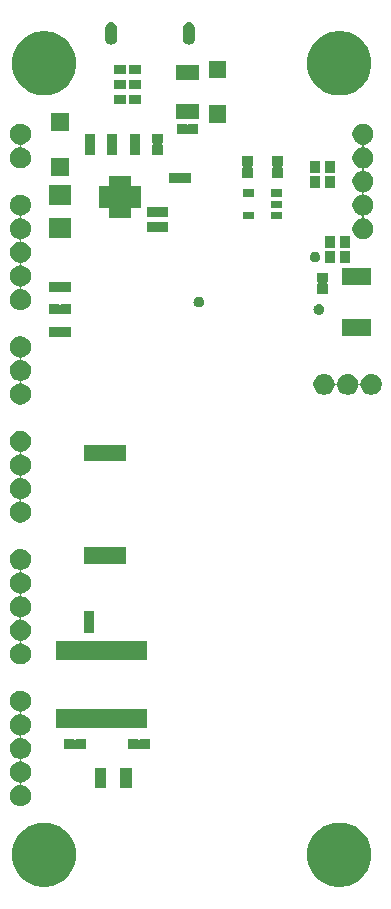
<source format=gbr>
G04 #@! TF.GenerationSoftware,KiCad,Pcbnew,5.0.2-bee76a0~70~ubuntu18.04.1*
G04 #@! TF.CreationDate,2019-10-21T17:09:24+02:00*
G04 #@! TF.ProjectId,easyhive_1_3,65617379-6869-4766-955f-315f332e6b69,rev?*
G04 #@! TF.SameCoordinates,Original*
G04 #@! TF.FileFunction,Soldermask,Bot*
G04 #@! TF.FilePolarity,Negative*
%FSLAX46Y46*%
G04 Gerber Fmt 4.6, Leading zero omitted, Abs format (unit mm)*
G04 Created by KiCad (PCBNEW 5.0.2-bee76a0~70~ubuntu18.04.1) date Mo 21 Okt 2019 17:09:24 CEST*
%MOMM*%
%LPD*%
G01*
G04 APERTURE LIST*
%ADD10C,0.100000*%
G04 APERTURE END LIST*
D10*
G36*
X161531355Y-135837825D02*
X161793911Y-135890051D01*
X162288556Y-136094940D01*
X162727801Y-136388435D01*
X162733727Y-136392394D01*
X163112306Y-136770973D01*
X163409761Y-137216146D01*
X163614649Y-137710790D01*
X163719100Y-138235899D01*
X163719100Y-138771301D01*
X163614649Y-139296410D01*
X163409761Y-139791054D01*
X163112306Y-140236227D01*
X162733727Y-140614806D01*
X162733724Y-140614808D01*
X162288556Y-140912260D01*
X161793911Y-141117149D01*
X161531355Y-141169375D01*
X161268801Y-141221600D01*
X160733399Y-141221600D01*
X160470845Y-141169375D01*
X160208289Y-141117149D01*
X159713644Y-140912260D01*
X159268476Y-140614808D01*
X159268473Y-140614806D01*
X158889894Y-140236227D01*
X158592439Y-139791054D01*
X158387551Y-139296410D01*
X158283100Y-138771301D01*
X158283100Y-138235899D01*
X158387551Y-137710790D01*
X158592439Y-137216146D01*
X158889894Y-136770973D01*
X159268473Y-136392394D01*
X159274399Y-136388435D01*
X159713644Y-136094940D01*
X160208289Y-135890051D01*
X160470845Y-135837825D01*
X160733399Y-135785600D01*
X161268801Y-135785600D01*
X161531355Y-135837825D01*
X161531355Y-135837825D01*
G37*
G36*
X136531355Y-135837825D02*
X136793911Y-135890051D01*
X137288556Y-136094940D01*
X137727801Y-136388435D01*
X137733727Y-136392394D01*
X138112306Y-136770973D01*
X138409761Y-137216146D01*
X138614649Y-137710790D01*
X138719100Y-138235899D01*
X138719100Y-138771301D01*
X138614649Y-139296410D01*
X138409761Y-139791054D01*
X138112306Y-140236227D01*
X137733727Y-140614806D01*
X137733724Y-140614808D01*
X137288556Y-140912260D01*
X136793911Y-141117149D01*
X136531355Y-141169375D01*
X136268801Y-141221600D01*
X135733399Y-141221600D01*
X135470845Y-141169375D01*
X135208289Y-141117149D01*
X134713644Y-140912260D01*
X134268476Y-140614808D01*
X134268473Y-140614806D01*
X133889894Y-140236227D01*
X133592439Y-139791054D01*
X133387551Y-139296410D01*
X133283100Y-138771301D01*
X133283100Y-138235899D01*
X133387551Y-137710790D01*
X133592439Y-137216146D01*
X133889894Y-136770973D01*
X134268473Y-136392394D01*
X134274399Y-136388435D01*
X134713644Y-136094940D01*
X135208289Y-135890051D01*
X135470845Y-135837825D01*
X135733399Y-135785600D01*
X136268801Y-135785600D01*
X136531355Y-135837825D01*
X136531355Y-135837825D01*
G37*
G36*
X134260467Y-124648571D02*
X134260469Y-124648572D01*
X134260470Y-124648572D01*
X134320247Y-124673332D01*
X134422295Y-124715602D01*
X134567935Y-124812916D01*
X134691784Y-124936765D01*
X134789098Y-125082405D01*
X134856129Y-125244233D01*
X134890300Y-125416020D01*
X134890300Y-125591180D01*
X134856129Y-125762967D01*
X134789098Y-125924795D01*
X134691784Y-126070435D01*
X134567935Y-126194284D01*
X134422295Y-126291598D01*
X134320247Y-126333868D01*
X134260470Y-126358628D01*
X134260469Y-126358628D01*
X134260467Y-126358629D01*
X134147992Y-126381002D01*
X134124543Y-126388115D01*
X134102932Y-126399666D01*
X134083990Y-126415212D01*
X134068444Y-126434154D01*
X134056893Y-126455764D01*
X134049780Y-126479214D01*
X134047378Y-126503600D01*
X134049780Y-126527986D01*
X134056893Y-126551435D01*
X134068444Y-126573046D01*
X134083990Y-126591988D01*
X134102932Y-126607534D01*
X134124542Y-126619085D01*
X134147992Y-126626198D01*
X134260467Y-126648571D01*
X134260469Y-126648572D01*
X134260470Y-126648572D01*
X134320247Y-126673332D01*
X134422295Y-126715602D01*
X134567935Y-126812916D01*
X134691784Y-126936765D01*
X134789098Y-127082405D01*
X134856129Y-127244233D01*
X134890300Y-127416020D01*
X134890300Y-127591180D01*
X134861879Y-127734061D01*
X134856128Y-127762970D01*
X134845097Y-127789600D01*
X134789098Y-127924795D01*
X134691784Y-128070435D01*
X134567935Y-128194284D01*
X134422295Y-128291598D01*
X134320247Y-128333868D01*
X134260470Y-128358628D01*
X134260469Y-128358628D01*
X134260467Y-128358629D01*
X134147992Y-128381002D01*
X134124543Y-128388115D01*
X134102932Y-128399666D01*
X134083990Y-128415212D01*
X134068444Y-128434154D01*
X134056893Y-128455764D01*
X134049780Y-128479214D01*
X134047378Y-128503600D01*
X134049780Y-128527986D01*
X134056893Y-128551435D01*
X134068444Y-128573046D01*
X134083990Y-128591988D01*
X134102932Y-128607534D01*
X134124542Y-128619085D01*
X134147992Y-128626198D01*
X134260467Y-128648571D01*
X134260469Y-128648572D01*
X134260470Y-128648572D01*
X134320247Y-128673332D01*
X134422295Y-128715602D01*
X134567935Y-128812916D01*
X134691784Y-128936765D01*
X134789098Y-129082405D01*
X134856129Y-129244233D01*
X134890300Y-129416020D01*
X134890300Y-129591180D01*
X134856129Y-129762967D01*
X134789098Y-129924795D01*
X134691784Y-130070435D01*
X134567935Y-130194284D01*
X134422295Y-130291598D01*
X134320247Y-130333868D01*
X134260470Y-130358628D01*
X134260469Y-130358628D01*
X134260467Y-130358629D01*
X134147992Y-130381002D01*
X134124543Y-130388115D01*
X134102932Y-130399666D01*
X134083990Y-130415212D01*
X134068444Y-130434154D01*
X134056893Y-130455764D01*
X134049780Y-130479214D01*
X134047378Y-130503600D01*
X134049780Y-130527986D01*
X134056893Y-130551435D01*
X134068444Y-130573046D01*
X134083990Y-130591988D01*
X134102932Y-130607534D01*
X134124542Y-130619085D01*
X134147992Y-130626198D01*
X134260467Y-130648571D01*
X134260469Y-130648572D01*
X134260470Y-130648572D01*
X134320247Y-130673332D01*
X134422295Y-130715602D01*
X134567935Y-130812916D01*
X134691784Y-130936765D01*
X134789098Y-131082405D01*
X134856129Y-131244233D01*
X134890300Y-131416020D01*
X134890300Y-131591180D01*
X134856129Y-131762967D01*
X134789098Y-131924795D01*
X134691784Y-132070435D01*
X134567935Y-132194284D01*
X134422295Y-132291598D01*
X134320247Y-132333868D01*
X134260470Y-132358628D01*
X134260469Y-132358628D01*
X134260467Y-132358629D01*
X134147992Y-132381002D01*
X134124543Y-132388115D01*
X134102932Y-132399666D01*
X134083990Y-132415212D01*
X134068444Y-132434154D01*
X134056893Y-132455764D01*
X134049780Y-132479214D01*
X134047378Y-132503600D01*
X134049780Y-132527986D01*
X134056893Y-132551435D01*
X134068444Y-132573046D01*
X134083990Y-132591988D01*
X134102932Y-132607534D01*
X134124542Y-132619085D01*
X134147992Y-132626198D01*
X134260467Y-132648571D01*
X134260469Y-132648572D01*
X134260470Y-132648572D01*
X134320247Y-132673332D01*
X134422295Y-132715602D01*
X134567935Y-132812916D01*
X134691784Y-132936765D01*
X134789098Y-133082405D01*
X134856129Y-133244233D01*
X134890300Y-133416020D01*
X134890300Y-133591180D01*
X134856129Y-133762967D01*
X134789098Y-133924795D01*
X134691784Y-134070435D01*
X134567935Y-134194284D01*
X134422295Y-134291598D01*
X134320247Y-134333868D01*
X134260470Y-134358628D01*
X134260469Y-134358628D01*
X134260467Y-134358629D01*
X134088680Y-134392800D01*
X133913520Y-134392800D01*
X133741733Y-134358629D01*
X133741731Y-134358628D01*
X133741730Y-134358628D01*
X133681953Y-134333868D01*
X133579905Y-134291598D01*
X133434265Y-134194284D01*
X133310416Y-134070435D01*
X133213102Y-133924795D01*
X133146071Y-133762967D01*
X133111900Y-133591180D01*
X133111900Y-133416020D01*
X133146071Y-133244233D01*
X133213102Y-133082405D01*
X133310416Y-132936765D01*
X133434265Y-132812916D01*
X133579905Y-132715602D01*
X133681953Y-132673332D01*
X133741730Y-132648572D01*
X133741731Y-132648572D01*
X133741733Y-132648571D01*
X133854208Y-132626198D01*
X133877657Y-132619085D01*
X133899268Y-132607534D01*
X133918210Y-132591988D01*
X133933756Y-132573046D01*
X133945307Y-132551436D01*
X133952420Y-132527986D01*
X133954822Y-132503600D01*
X133952420Y-132479214D01*
X133945307Y-132455765D01*
X133933756Y-132434154D01*
X133918210Y-132415212D01*
X133899268Y-132399666D01*
X133877658Y-132388115D01*
X133854208Y-132381002D01*
X133741733Y-132358629D01*
X133741731Y-132358628D01*
X133741730Y-132358628D01*
X133681953Y-132333868D01*
X133579905Y-132291598D01*
X133434265Y-132194284D01*
X133310416Y-132070435D01*
X133213102Y-131924795D01*
X133146071Y-131762967D01*
X133111900Y-131591180D01*
X133111900Y-131416020D01*
X133146071Y-131244233D01*
X133213102Y-131082405D01*
X133310416Y-130936765D01*
X133434265Y-130812916D01*
X133579905Y-130715602D01*
X133681953Y-130673332D01*
X133741730Y-130648572D01*
X133741731Y-130648572D01*
X133741733Y-130648571D01*
X133854208Y-130626198D01*
X133877657Y-130619085D01*
X133899268Y-130607534D01*
X133918210Y-130591988D01*
X133933756Y-130573046D01*
X133945307Y-130551436D01*
X133952420Y-130527986D01*
X133954822Y-130503600D01*
X133952420Y-130479214D01*
X133945307Y-130455765D01*
X133933756Y-130434154D01*
X133918210Y-130415212D01*
X133899268Y-130399666D01*
X133877658Y-130388115D01*
X133854208Y-130381002D01*
X133741733Y-130358629D01*
X133741731Y-130358628D01*
X133741730Y-130358628D01*
X133681953Y-130333868D01*
X133579905Y-130291598D01*
X133434265Y-130194284D01*
X133310416Y-130070435D01*
X133213102Y-129924795D01*
X133146071Y-129762967D01*
X133111900Y-129591180D01*
X133111900Y-129416020D01*
X133146071Y-129244233D01*
X133213102Y-129082405D01*
X133310416Y-128936765D01*
X133434265Y-128812916D01*
X133579905Y-128715602D01*
X133681953Y-128673332D01*
X133741730Y-128648572D01*
X133741731Y-128648572D01*
X133741733Y-128648571D01*
X133854208Y-128626198D01*
X133877657Y-128619085D01*
X133899268Y-128607534D01*
X133918210Y-128591988D01*
X133933756Y-128573046D01*
X133945307Y-128551436D01*
X133952420Y-128527986D01*
X133954822Y-128503600D01*
X133952420Y-128479214D01*
X133945307Y-128455765D01*
X133933756Y-128434154D01*
X133918210Y-128415212D01*
X133899268Y-128399666D01*
X133877658Y-128388115D01*
X133854208Y-128381002D01*
X133741733Y-128358629D01*
X133741731Y-128358628D01*
X133741730Y-128358628D01*
X133681953Y-128333868D01*
X133579905Y-128291598D01*
X133434265Y-128194284D01*
X133310416Y-128070435D01*
X133213102Y-127924795D01*
X133157103Y-127789600D01*
X133146072Y-127762970D01*
X133140322Y-127734061D01*
X133111900Y-127591180D01*
X133111900Y-127416020D01*
X133146071Y-127244233D01*
X133213102Y-127082405D01*
X133310416Y-126936765D01*
X133434265Y-126812916D01*
X133579905Y-126715602D01*
X133681953Y-126673332D01*
X133741730Y-126648572D01*
X133741731Y-126648572D01*
X133741733Y-126648571D01*
X133854208Y-126626198D01*
X133877657Y-126619085D01*
X133899268Y-126607534D01*
X133918210Y-126591988D01*
X133933756Y-126573046D01*
X133945307Y-126551436D01*
X133952420Y-126527986D01*
X133954822Y-126503600D01*
X133952420Y-126479214D01*
X133945307Y-126455765D01*
X133933756Y-126434154D01*
X133918210Y-126415212D01*
X133899268Y-126399666D01*
X133877658Y-126388115D01*
X133854208Y-126381002D01*
X133741733Y-126358629D01*
X133741731Y-126358628D01*
X133741730Y-126358628D01*
X133681953Y-126333868D01*
X133579905Y-126291598D01*
X133434265Y-126194284D01*
X133310416Y-126070435D01*
X133213102Y-125924795D01*
X133146071Y-125762967D01*
X133111900Y-125591180D01*
X133111900Y-125416020D01*
X133146071Y-125244233D01*
X133213102Y-125082405D01*
X133310416Y-124936765D01*
X133434265Y-124812916D01*
X133579905Y-124715602D01*
X133681953Y-124673332D01*
X133741730Y-124648572D01*
X133741731Y-124648572D01*
X133741733Y-124648571D01*
X133913520Y-124614400D01*
X134088680Y-124614400D01*
X134260467Y-124648571D01*
X134260467Y-124648571D01*
G37*
G36*
X141225226Y-132896792D02*
X140273226Y-132896792D01*
X140273226Y-131144792D01*
X141225226Y-131144792D01*
X141225226Y-132896792D01*
X141225226Y-132896792D01*
G37*
G36*
X143425226Y-132896792D02*
X142473226Y-132896792D01*
X142473226Y-131144792D01*
X143425226Y-131144792D01*
X143425226Y-132896792D01*
X143425226Y-132896792D01*
G37*
G36*
X138541796Y-128750899D02*
X138562170Y-128764513D01*
X138584809Y-128773892D01*
X138608842Y-128778674D01*
X138633346Y-128778675D01*
X138657380Y-128773895D01*
X138680019Y-128764519D01*
X138700395Y-128750906D01*
X138708701Y-128742600D01*
X139522100Y-128742600D01*
X139522100Y-129594600D01*
X138708702Y-129594600D01*
X138700404Y-129586301D01*
X138680030Y-129572687D01*
X138657391Y-129563308D01*
X138633358Y-129558526D01*
X138608854Y-129558525D01*
X138584820Y-129563305D01*
X138562181Y-129572681D01*
X138541805Y-129586294D01*
X138533499Y-129594600D01*
X137720100Y-129594600D01*
X137720100Y-128742600D01*
X138533498Y-128742600D01*
X138541796Y-128750899D01*
X138541796Y-128750899D01*
G37*
G36*
X143970696Y-128732299D02*
X143991070Y-128745913D01*
X144013709Y-128755292D01*
X144037742Y-128760074D01*
X144062246Y-128760075D01*
X144086280Y-128755295D01*
X144108919Y-128745919D01*
X144129295Y-128732306D01*
X144137601Y-128724000D01*
X144951000Y-128724000D01*
X144951000Y-129576000D01*
X144137602Y-129576000D01*
X144129304Y-129567701D01*
X144108930Y-129554087D01*
X144086291Y-129544708D01*
X144062258Y-129539926D01*
X144037754Y-129539925D01*
X144013720Y-129544705D01*
X143991081Y-129554081D01*
X143970705Y-129567694D01*
X143962399Y-129576000D01*
X143149000Y-129576000D01*
X143149000Y-128724000D01*
X143962398Y-128724000D01*
X143970696Y-128732299D01*
X143970696Y-128732299D01*
G37*
G36*
X137564276Y-126188443D02*
X137573855Y-126190348D01*
X137598359Y-126190346D01*
X137607929Y-126188443D01*
X137616487Y-126187600D01*
X138205713Y-126187600D01*
X138214276Y-126188443D01*
X138223855Y-126190348D01*
X138248359Y-126190346D01*
X138257929Y-126188443D01*
X138266487Y-126187600D01*
X138855713Y-126187600D01*
X138864276Y-126188443D01*
X138873855Y-126190348D01*
X138898359Y-126190346D01*
X138907929Y-126188443D01*
X138916487Y-126187600D01*
X139505713Y-126187600D01*
X139514276Y-126188443D01*
X139523855Y-126190348D01*
X139548359Y-126190346D01*
X139557929Y-126188443D01*
X139566487Y-126187600D01*
X140155713Y-126187600D01*
X140164276Y-126188443D01*
X140173855Y-126190348D01*
X140198359Y-126190346D01*
X140207929Y-126188443D01*
X140216487Y-126187600D01*
X140805713Y-126187600D01*
X140814276Y-126188443D01*
X140823855Y-126190348D01*
X140848359Y-126190346D01*
X140857929Y-126188443D01*
X140866487Y-126187600D01*
X141455713Y-126187600D01*
X141464276Y-126188443D01*
X141473855Y-126190348D01*
X141498359Y-126190346D01*
X141507929Y-126188443D01*
X141516487Y-126187600D01*
X142105713Y-126187600D01*
X142114276Y-126188443D01*
X142123855Y-126190348D01*
X142148359Y-126190346D01*
X142157929Y-126188443D01*
X142166487Y-126187600D01*
X142755713Y-126187600D01*
X142764276Y-126188443D01*
X142773855Y-126190348D01*
X142798359Y-126190346D01*
X142807929Y-126188443D01*
X142816487Y-126187600D01*
X143405713Y-126187600D01*
X143414276Y-126188443D01*
X143423855Y-126190348D01*
X143448359Y-126190346D01*
X143457929Y-126188443D01*
X143466487Y-126187600D01*
X144055713Y-126187600D01*
X144064276Y-126188443D01*
X144073855Y-126190348D01*
X144098359Y-126190346D01*
X144107929Y-126188443D01*
X144116487Y-126187600D01*
X144687100Y-126187600D01*
X144687100Y-127789600D01*
X144116487Y-127789600D01*
X144107924Y-127788757D01*
X144098345Y-127786852D01*
X144073841Y-127786854D01*
X144064271Y-127788757D01*
X144055713Y-127789600D01*
X143466487Y-127789600D01*
X143457924Y-127788757D01*
X143448345Y-127786852D01*
X143423841Y-127786854D01*
X143414271Y-127788757D01*
X143405713Y-127789600D01*
X142816487Y-127789600D01*
X142807924Y-127788757D01*
X142798345Y-127786852D01*
X142773841Y-127786854D01*
X142764271Y-127788757D01*
X142755713Y-127789600D01*
X142166487Y-127789600D01*
X142157924Y-127788757D01*
X142148345Y-127786852D01*
X142123841Y-127786854D01*
X142114271Y-127788757D01*
X142105713Y-127789600D01*
X141516487Y-127789600D01*
X141507924Y-127788757D01*
X141498345Y-127786852D01*
X141473841Y-127786854D01*
X141464271Y-127788757D01*
X141455713Y-127789600D01*
X140866487Y-127789600D01*
X140857924Y-127788757D01*
X140848345Y-127786852D01*
X140823841Y-127786854D01*
X140814271Y-127788757D01*
X140805713Y-127789600D01*
X140216487Y-127789600D01*
X140207924Y-127788757D01*
X140198345Y-127786852D01*
X140173841Y-127786854D01*
X140164271Y-127788757D01*
X140155713Y-127789600D01*
X139566487Y-127789600D01*
X139557924Y-127788757D01*
X139548345Y-127786852D01*
X139523841Y-127786854D01*
X139514271Y-127788757D01*
X139505713Y-127789600D01*
X138916487Y-127789600D01*
X138907924Y-127788757D01*
X138898345Y-127786852D01*
X138873841Y-127786854D01*
X138864271Y-127788757D01*
X138855713Y-127789600D01*
X138266487Y-127789600D01*
X138257924Y-127788757D01*
X138248345Y-127786852D01*
X138223841Y-127786854D01*
X138214271Y-127788757D01*
X138205713Y-127789600D01*
X137616487Y-127789600D01*
X137607924Y-127788757D01*
X137598345Y-127786852D01*
X137573841Y-127786854D01*
X137564271Y-127788757D01*
X137555713Y-127789600D01*
X136985100Y-127789600D01*
X136985100Y-126187600D01*
X137555713Y-126187600D01*
X137564276Y-126188443D01*
X137564276Y-126188443D01*
G37*
G36*
X134260467Y-112648571D02*
X134260469Y-112648572D01*
X134260470Y-112648572D01*
X134320247Y-112673332D01*
X134422295Y-112715602D01*
X134567935Y-112812916D01*
X134691784Y-112936765D01*
X134789098Y-113082405D01*
X134856129Y-113244233D01*
X134890300Y-113416020D01*
X134890300Y-113591180D01*
X134856129Y-113762967D01*
X134789098Y-113924795D01*
X134691784Y-114070435D01*
X134567935Y-114194284D01*
X134422295Y-114291598D01*
X134320247Y-114333868D01*
X134260470Y-114358628D01*
X134260469Y-114358628D01*
X134260467Y-114358629D01*
X134147992Y-114381002D01*
X134124543Y-114388115D01*
X134102932Y-114399666D01*
X134083990Y-114415212D01*
X134068444Y-114434154D01*
X134056893Y-114455764D01*
X134049780Y-114479214D01*
X134047378Y-114503600D01*
X134049780Y-114527986D01*
X134056893Y-114551435D01*
X134068444Y-114573046D01*
X134083990Y-114591988D01*
X134102932Y-114607534D01*
X134124542Y-114619085D01*
X134147992Y-114626198D01*
X134260467Y-114648571D01*
X134260469Y-114648572D01*
X134260470Y-114648572D01*
X134320247Y-114673332D01*
X134422295Y-114715602D01*
X134567935Y-114812916D01*
X134691784Y-114936765D01*
X134789098Y-115082405D01*
X134856129Y-115244233D01*
X134890300Y-115416020D01*
X134890300Y-115591180D01*
X134856129Y-115762967D01*
X134789098Y-115924795D01*
X134691784Y-116070435D01*
X134567935Y-116194284D01*
X134422295Y-116291598D01*
X134320247Y-116333868D01*
X134260470Y-116358628D01*
X134260469Y-116358628D01*
X134260467Y-116358629D01*
X134147992Y-116381002D01*
X134124543Y-116388115D01*
X134102932Y-116399666D01*
X134083990Y-116415212D01*
X134068444Y-116434154D01*
X134056893Y-116455764D01*
X134049780Y-116479214D01*
X134047378Y-116503600D01*
X134049780Y-116527986D01*
X134056893Y-116551435D01*
X134068444Y-116573046D01*
X134083990Y-116591988D01*
X134102932Y-116607534D01*
X134124542Y-116619085D01*
X134147992Y-116626198D01*
X134260467Y-116648571D01*
X134260469Y-116648572D01*
X134260470Y-116648572D01*
X134320247Y-116673332D01*
X134422295Y-116715602D01*
X134567935Y-116812916D01*
X134691784Y-116936765D01*
X134789098Y-117082405D01*
X134856129Y-117244233D01*
X134890300Y-117416020D01*
X134890300Y-117591180D01*
X134856129Y-117762967D01*
X134789098Y-117924795D01*
X134691784Y-118070435D01*
X134567935Y-118194284D01*
X134422295Y-118291598D01*
X134320247Y-118333868D01*
X134260470Y-118358628D01*
X134260469Y-118358628D01*
X134260467Y-118358629D01*
X134147992Y-118381002D01*
X134124543Y-118388115D01*
X134102932Y-118399666D01*
X134083990Y-118415212D01*
X134068444Y-118434154D01*
X134056893Y-118455764D01*
X134049780Y-118479214D01*
X134047378Y-118503600D01*
X134049780Y-118527986D01*
X134056893Y-118551435D01*
X134068444Y-118573046D01*
X134083990Y-118591988D01*
X134102932Y-118607534D01*
X134124542Y-118619085D01*
X134147992Y-118626198D01*
X134260467Y-118648571D01*
X134260469Y-118648572D01*
X134260470Y-118648572D01*
X134267517Y-118651491D01*
X134422295Y-118715602D01*
X134567935Y-118812916D01*
X134691784Y-118936765D01*
X134789098Y-119082405D01*
X134856129Y-119244233D01*
X134890300Y-119416020D01*
X134890300Y-119591180D01*
X134856129Y-119762967D01*
X134789098Y-119924795D01*
X134691784Y-120070435D01*
X134567935Y-120194284D01*
X134422295Y-120291598D01*
X134320247Y-120333868D01*
X134260470Y-120358628D01*
X134260469Y-120358628D01*
X134260467Y-120358629D01*
X134147992Y-120381002D01*
X134124543Y-120388115D01*
X134102932Y-120399666D01*
X134083990Y-120415212D01*
X134068444Y-120434154D01*
X134056893Y-120455764D01*
X134049780Y-120479214D01*
X134047378Y-120503600D01*
X134049780Y-120527986D01*
X134056893Y-120551435D01*
X134068444Y-120573046D01*
X134083990Y-120591988D01*
X134102932Y-120607534D01*
X134124542Y-120619085D01*
X134147992Y-120626198D01*
X134260467Y-120648571D01*
X134260469Y-120648572D01*
X134260470Y-120648572D01*
X134320247Y-120673332D01*
X134422295Y-120715602D01*
X134567935Y-120812916D01*
X134691784Y-120936765D01*
X134789098Y-121082405D01*
X134856129Y-121244233D01*
X134890300Y-121416020D01*
X134890300Y-121591180D01*
X134856129Y-121762967D01*
X134789098Y-121924795D01*
X134691784Y-122070435D01*
X134567935Y-122194284D01*
X134422295Y-122291598D01*
X134320247Y-122333868D01*
X134260470Y-122358628D01*
X134260469Y-122358628D01*
X134260467Y-122358629D01*
X134088680Y-122392800D01*
X133913520Y-122392800D01*
X133741733Y-122358629D01*
X133741731Y-122358628D01*
X133741730Y-122358628D01*
X133681953Y-122333868D01*
X133579905Y-122291598D01*
X133434265Y-122194284D01*
X133310416Y-122070435D01*
X133213102Y-121924795D01*
X133146071Y-121762967D01*
X133111900Y-121591180D01*
X133111900Y-121416020D01*
X133146071Y-121244233D01*
X133213102Y-121082405D01*
X133310416Y-120936765D01*
X133434265Y-120812916D01*
X133579905Y-120715602D01*
X133681953Y-120673332D01*
X133741730Y-120648572D01*
X133741731Y-120648572D01*
X133741733Y-120648571D01*
X133854208Y-120626198D01*
X133877657Y-120619085D01*
X133899268Y-120607534D01*
X133918210Y-120591988D01*
X133933756Y-120573046D01*
X133945307Y-120551436D01*
X133952420Y-120527986D01*
X133954822Y-120503600D01*
X133952420Y-120479214D01*
X133945307Y-120455765D01*
X133933756Y-120434154D01*
X133918210Y-120415212D01*
X133899268Y-120399666D01*
X133877658Y-120388115D01*
X133854208Y-120381002D01*
X133741733Y-120358629D01*
X133741731Y-120358628D01*
X133741730Y-120358628D01*
X133681953Y-120333868D01*
X133579905Y-120291598D01*
X133434265Y-120194284D01*
X133310416Y-120070435D01*
X133213102Y-119924795D01*
X133146071Y-119762967D01*
X133111900Y-119591180D01*
X133111900Y-119416020D01*
X133146071Y-119244233D01*
X133213102Y-119082405D01*
X133310416Y-118936765D01*
X133434265Y-118812916D01*
X133579905Y-118715602D01*
X133734683Y-118651491D01*
X133741730Y-118648572D01*
X133741731Y-118648572D01*
X133741733Y-118648571D01*
X133854208Y-118626198D01*
X133877657Y-118619085D01*
X133899268Y-118607534D01*
X133918210Y-118591988D01*
X133933756Y-118573046D01*
X133945307Y-118551436D01*
X133952420Y-118527986D01*
X133954822Y-118503600D01*
X133952420Y-118479214D01*
X133945307Y-118455765D01*
X133933756Y-118434154D01*
X133918210Y-118415212D01*
X133899268Y-118399666D01*
X133877658Y-118388115D01*
X133854208Y-118381002D01*
X133741733Y-118358629D01*
X133741731Y-118358628D01*
X133741730Y-118358628D01*
X133681953Y-118333868D01*
X133579905Y-118291598D01*
X133434265Y-118194284D01*
X133310416Y-118070435D01*
X133213102Y-117924795D01*
X133146071Y-117762967D01*
X133111900Y-117591180D01*
X133111900Y-117416020D01*
X133146071Y-117244233D01*
X133213102Y-117082405D01*
X133310416Y-116936765D01*
X133434265Y-116812916D01*
X133579905Y-116715602D01*
X133681953Y-116673332D01*
X133741730Y-116648572D01*
X133741731Y-116648572D01*
X133741733Y-116648571D01*
X133854208Y-116626198D01*
X133877657Y-116619085D01*
X133899268Y-116607534D01*
X133918210Y-116591988D01*
X133933756Y-116573046D01*
X133945307Y-116551436D01*
X133952420Y-116527986D01*
X133954822Y-116503600D01*
X133952420Y-116479214D01*
X133945307Y-116455765D01*
X133933756Y-116434154D01*
X133918210Y-116415212D01*
X133899268Y-116399666D01*
X133877658Y-116388115D01*
X133854208Y-116381002D01*
X133741733Y-116358629D01*
X133741731Y-116358628D01*
X133741730Y-116358628D01*
X133681953Y-116333868D01*
X133579905Y-116291598D01*
X133434265Y-116194284D01*
X133310416Y-116070435D01*
X133213102Y-115924795D01*
X133146071Y-115762967D01*
X133111900Y-115591180D01*
X133111900Y-115416020D01*
X133146071Y-115244233D01*
X133213102Y-115082405D01*
X133310416Y-114936765D01*
X133434265Y-114812916D01*
X133579905Y-114715602D01*
X133681953Y-114673332D01*
X133741730Y-114648572D01*
X133741731Y-114648572D01*
X133741733Y-114648571D01*
X133854208Y-114626198D01*
X133877657Y-114619085D01*
X133899268Y-114607534D01*
X133918210Y-114591988D01*
X133933756Y-114573046D01*
X133945307Y-114551436D01*
X133952420Y-114527986D01*
X133954822Y-114503600D01*
X133952420Y-114479214D01*
X133945307Y-114455765D01*
X133933756Y-114434154D01*
X133918210Y-114415212D01*
X133899268Y-114399666D01*
X133877658Y-114388115D01*
X133854208Y-114381002D01*
X133741733Y-114358629D01*
X133741731Y-114358628D01*
X133741730Y-114358628D01*
X133681953Y-114333868D01*
X133579905Y-114291598D01*
X133434265Y-114194284D01*
X133310416Y-114070435D01*
X133213102Y-113924795D01*
X133146071Y-113762967D01*
X133111900Y-113591180D01*
X133111900Y-113416020D01*
X133146071Y-113244233D01*
X133213102Y-113082405D01*
X133310416Y-112936765D01*
X133434265Y-112812916D01*
X133579905Y-112715602D01*
X133681953Y-112673332D01*
X133741730Y-112648572D01*
X133741731Y-112648572D01*
X133741733Y-112648571D01*
X133913520Y-112614400D01*
X134088680Y-112614400D01*
X134260467Y-112648571D01*
X134260467Y-112648571D01*
G37*
G36*
X137564276Y-120388443D02*
X137573855Y-120390348D01*
X137598359Y-120390346D01*
X137607929Y-120388443D01*
X137616487Y-120387600D01*
X138205713Y-120387600D01*
X138214276Y-120388443D01*
X138223855Y-120390348D01*
X138248359Y-120390346D01*
X138257929Y-120388443D01*
X138266487Y-120387600D01*
X138855713Y-120387600D01*
X138864276Y-120388443D01*
X138873855Y-120390348D01*
X138898359Y-120390346D01*
X138907929Y-120388443D01*
X138916487Y-120387600D01*
X139505713Y-120387600D01*
X139514276Y-120388443D01*
X139523855Y-120390348D01*
X139548359Y-120390346D01*
X139557929Y-120388443D01*
X139566487Y-120387600D01*
X140155713Y-120387600D01*
X140164276Y-120388443D01*
X140173855Y-120390348D01*
X140198359Y-120390346D01*
X140207929Y-120388443D01*
X140216487Y-120387600D01*
X140805713Y-120387600D01*
X140814276Y-120388443D01*
X140823855Y-120390348D01*
X140848359Y-120390346D01*
X140857929Y-120388443D01*
X140866487Y-120387600D01*
X141455713Y-120387600D01*
X141464276Y-120388443D01*
X141473855Y-120390348D01*
X141498359Y-120390346D01*
X141507929Y-120388443D01*
X141516487Y-120387600D01*
X142105713Y-120387600D01*
X142114276Y-120388443D01*
X142123855Y-120390348D01*
X142148359Y-120390346D01*
X142157929Y-120388443D01*
X142166487Y-120387600D01*
X142755713Y-120387600D01*
X142764276Y-120388443D01*
X142773855Y-120390348D01*
X142798359Y-120390346D01*
X142807929Y-120388443D01*
X142816487Y-120387600D01*
X143405713Y-120387600D01*
X143414276Y-120388443D01*
X143423855Y-120390348D01*
X143448359Y-120390346D01*
X143457929Y-120388443D01*
X143466487Y-120387600D01*
X144055713Y-120387600D01*
X144064276Y-120388443D01*
X144073855Y-120390348D01*
X144098359Y-120390346D01*
X144107929Y-120388443D01*
X144116487Y-120387600D01*
X144687100Y-120387600D01*
X144687100Y-121989600D01*
X144116487Y-121989600D01*
X144107924Y-121988757D01*
X144098345Y-121986852D01*
X144073841Y-121986854D01*
X144064271Y-121988757D01*
X144055713Y-121989600D01*
X143466487Y-121989600D01*
X143457924Y-121988757D01*
X143448345Y-121986852D01*
X143423841Y-121986854D01*
X143414271Y-121988757D01*
X143405713Y-121989600D01*
X142816487Y-121989600D01*
X142807924Y-121988757D01*
X142798345Y-121986852D01*
X142773841Y-121986854D01*
X142764271Y-121988757D01*
X142755713Y-121989600D01*
X142166487Y-121989600D01*
X142157924Y-121988757D01*
X142148345Y-121986852D01*
X142123841Y-121986854D01*
X142114271Y-121988757D01*
X142105713Y-121989600D01*
X141516487Y-121989600D01*
X141507924Y-121988757D01*
X141498345Y-121986852D01*
X141473841Y-121986854D01*
X141464271Y-121988757D01*
X141455713Y-121989600D01*
X140866487Y-121989600D01*
X140857924Y-121988757D01*
X140848345Y-121986852D01*
X140823841Y-121986854D01*
X140814271Y-121988757D01*
X140805713Y-121989600D01*
X140216487Y-121989600D01*
X140207924Y-121988757D01*
X140198345Y-121986852D01*
X140173841Y-121986854D01*
X140164271Y-121988757D01*
X140155713Y-121989600D01*
X139566487Y-121989600D01*
X139557924Y-121988757D01*
X139548345Y-121986852D01*
X139523841Y-121986854D01*
X139514271Y-121988757D01*
X139505713Y-121989600D01*
X138916487Y-121989600D01*
X138907924Y-121988757D01*
X138898345Y-121986852D01*
X138873841Y-121986854D01*
X138864271Y-121988757D01*
X138855713Y-121989600D01*
X138266487Y-121989600D01*
X138257924Y-121988757D01*
X138248345Y-121986852D01*
X138223841Y-121986854D01*
X138214271Y-121988757D01*
X138205713Y-121989600D01*
X137616487Y-121989600D01*
X137607924Y-121988757D01*
X137598345Y-121986852D01*
X137573841Y-121986854D01*
X137564271Y-121988757D01*
X137555713Y-121989600D01*
X136985100Y-121989600D01*
X136985100Y-120387600D01*
X137555713Y-120387600D01*
X137564276Y-120388443D01*
X137564276Y-120388443D01*
G37*
G36*
X140226000Y-118712398D02*
X140217701Y-118720696D01*
X140204087Y-118741070D01*
X140194708Y-118763709D01*
X140189926Y-118787742D01*
X140189925Y-118812246D01*
X140194705Y-118836280D01*
X140204081Y-118858919D01*
X140217694Y-118879295D01*
X140226000Y-118887601D01*
X140226000Y-119701000D01*
X139374000Y-119701000D01*
X139374000Y-118887602D01*
X139382299Y-118879304D01*
X139395913Y-118858930D01*
X139405292Y-118836291D01*
X139410074Y-118812258D01*
X139410075Y-118787754D01*
X139405295Y-118763720D01*
X139395919Y-118741081D01*
X139382306Y-118720705D01*
X139374000Y-118712399D01*
X139374000Y-117899000D01*
X140226000Y-117899000D01*
X140226000Y-118712398D01*
X140226000Y-118712398D01*
G37*
G36*
X142912100Y-113899600D02*
X139410100Y-113899600D01*
X139410100Y-112497600D01*
X142912100Y-112497600D01*
X142912100Y-113899600D01*
X142912100Y-113899600D01*
G37*
G36*
X134260467Y-102648571D02*
X134260469Y-102648572D01*
X134260470Y-102648572D01*
X134320247Y-102673332D01*
X134422295Y-102715602D01*
X134567935Y-102812916D01*
X134691784Y-102936765D01*
X134789098Y-103082405D01*
X134856129Y-103244233D01*
X134890300Y-103416020D01*
X134890300Y-103591180D01*
X134856129Y-103762967D01*
X134789098Y-103924795D01*
X134691784Y-104070435D01*
X134567935Y-104194284D01*
X134422295Y-104291598D01*
X134320247Y-104333868D01*
X134260470Y-104358628D01*
X134260469Y-104358628D01*
X134260467Y-104358629D01*
X134147992Y-104381002D01*
X134124543Y-104388115D01*
X134102932Y-104399666D01*
X134083990Y-104415212D01*
X134068444Y-104434154D01*
X134056893Y-104455764D01*
X134049780Y-104479214D01*
X134047378Y-104503600D01*
X134049780Y-104527986D01*
X134056893Y-104551435D01*
X134068444Y-104573046D01*
X134083990Y-104591988D01*
X134102932Y-104607534D01*
X134124542Y-104619085D01*
X134147992Y-104626198D01*
X134260467Y-104648571D01*
X134260469Y-104648572D01*
X134260470Y-104648572D01*
X134320247Y-104673332D01*
X134422295Y-104715602D01*
X134567935Y-104812916D01*
X134691784Y-104936765D01*
X134789098Y-105082405D01*
X134856129Y-105244233D01*
X134890300Y-105416020D01*
X134890300Y-105591180D01*
X134856129Y-105762967D01*
X134789098Y-105924795D01*
X134691784Y-106070435D01*
X134567935Y-106194284D01*
X134422295Y-106291598D01*
X134320247Y-106333868D01*
X134260470Y-106358628D01*
X134260469Y-106358628D01*
X134260467Y-106358629D01*
X134147992Y-106381002D01*
X134124543Y-106388115D01*
X134102932Y-106399666D01*
X134083990Y-106415212D01*
X134068444Y-106434154D01*
X134056893Y-106455764D01*
X134049780Y-106479214D01*
X134047378Y-106503600D01*
X134049780Y-106527986D01*
X134056893Y-106551435D01*
X134068444Y-106573046D01*
X134083990Y-106591988D01*
X134102932Y-106607534D01*
X134124542Y-106619085D01*
X134147992Y-106626198D01*
X134260467Y-106648571D01*
X134260469Y-106648572D01*
X134260470Y-106648572D01*
X134320247Y-106673332D01*
X134422295Y-106715602D01*
X134567935Y-106812916D01*
X134691784Y-106936765D01*
X134789098Y-107082405D01*
X134856129Y-107244233D01*
X134890300Y-107416020D01*
X134890300Y-107591180D01*
X134856129Y-107762967D01*
X134789098Y-107924795D01*
X134691784Y-108070435D01*
X134567935Y-108194284D01*
X134422295Y-108291598D01*
X134320247Y-108333868D01*
X134260470Y-108358628D01*
X134260469Y-108358628D01*
X134260467Y-108358629D01*
X134147992Y-108381002D01*
X134124543Y-108388115D01*
X134102932Y-108399666D01*
X134083990Y-108415212D01*
X134068444Y-108434154D01*
X134056893Y-108455764D01*
X134049780Y-108479214D01*
X134047378Y-108503600D01*
X134049780Y-108527986D01*
X134056893Y-108551435D01*
X134068444Y-108573046D01*
X134083990Y-108591988D01*
X134102932Y-108607534D01*
X134124542Y-108619085D01*
X134147992Y-108626198D01*
X134260467Y-108648571D01*
X134260469Y-108648572D01*
X134260470Y-108648572D01*
X134320247Y-108673332D01*
X134422295Y-108715602D01*
X134567935Y-108812916D01*
X134691784Y-108936765D01*
X134789098Y-109082405D01*
X134856129Y-109244233D01*
X134890300Y-109416020D01*
X134890300Y-109591180D01*
X134856129Y-109762967D01*
X134789098Y-109924795D01*
X134691784Y-110070435D01*
X134567935Y-110194284D01*
X134422295Y-110291598D01*
X134320247Y-110333868D01*
X134260470Y-110358628D01*
X134260469Y-110358628D01*
X134260467Y-110358629D01*
X134088680Y-110392800D01*
X133913520Y-110392800D01*
X133741733Y-110358629D01*
X133741731Y-110358628D01*
X133741730Y-110358628D01*
X133681953Y-110333868D01*
X133579905Y-110291598D01*
X133434265Y-110194284D01*
X133310416Y-110070435D01*
X133213102Y-109924795D01*
X133146071Y-109762967D01*
X133111900Y-109591180D01*
X133111900Y-109416020D01*
X133146071Y-109244233D01*
X133213102Y-109082405D01*
X133310416Y-108936765D01*
X133434265Y-108812916D01*
X133579905Y-108715602D01*
X133681953Y-108673332D01*
X133741730Y-108648572D01*
X133741731Y-108648572D01*
X133741733Y-108648571D01*
X133854208Y-108626198D01*
X133877657Y-108619085D01*
X133899268Y-108607534D01*
X133918210Y-108591988D01*
X133933756Y-108573046D01*
X133945307Y-108551436D01*
X133952420Y-108527986D01*
X133954822Y-108503600D01*
X133952420Y-108479214D01*
X133945307Y-108455765D01*
X133933756Y-108434154D01*
X133918210Y-108415212D01*
X133899268Y-108399666D01*
X133877658Y-108388115D01*
X133854208Y-108381002D01*
X133741733Y-108358629D01*
X133741731Y-108358628D01*
X133741730Y-108358628D01*
X133681953Y-108333868D01*
X133579905Y-108291598D01*
X133434265Y-108194284D01*
X133310416Y-108070435D01*
X133213102Y-107924795D01*
X133146071Y-107762967D01*
X133111900Y-107591180D01*
X133111900Y-107416020D01*
X133146071Y-107244233D01*
X133213102Y-107082405D01*
X133310416Y-106936765D01*
X133434265Y-106812916D01*
X133579905Y-106715602D01*
X133681953Y-106673332D01*
X133741730Y-106648572D01*
X133741731Y-106648572D01*
X133741733Y-106648571D01*
X133854208Y-106626198D01*
X133877657Y-106619085D01*
X133899268Y-106607534D01*
X133918210Y-106591988D01*
X133933756Y-106573046D01*
X133945307Y-106551436D01*
X133952420Y-106527986D01*
X133954822Y-106503600D01*
X133952420Y-106479214D01*
X133945307Y-106455765D01*
X133933756Y-106434154D01*
X133918210Y-106415212D01*
X133899268Y-106399666D01*
X133877658Y-106388115D01*
X133854208Y-106381002D01*
X133741733Y-106358629D01*
X133741731Y-106358628D01*
X133741730Y-106358628D01*
X133681953Y-106333868D01*
X133579905Y-106291598D01*
X133434265Y-106194284D01*
X133310416Y-106070435D01*
X133213102Y-105924795D01*
X133146071Y-105762967D01*
X133111900Y-105591180D01*
X133111900Y-105416020D01*
X133146071Y-105244233D01*
X133213102Y-105082405D01*
X133310416Y-104936765D01*
X133434265Y-104812916D01*
X133579905Y-104715602D01*
X133681953Y-104673332D01*
X133741730Y-104648572D01*
X133741731Y-104648572D01*
X133741733Y-104648571D01*
X133854208Y-104626198D01*
X133877657Y-104619085D01*
X133899268Y-104607534D01*
X133918210Y-104591988D01*
X133933756Y-104573046D01*
X133945307Y-104551436D01*
X133952420Y-104527986D01*
X133954822Y-104503600D01*
X133952420Y-104479214D01*
X133945307Y-104455765D01*
X133933756Y-104434154D01*
X133918210Y-104415212D01*
X133899268Y-104399666D01*
X133877658Y-104388115D01*
X133854208Y-104381002D01*
X133741733Y-104358629D01*
X133741731Y-104358628D01*
X133741730Y-104358628D01*
X133681953Y-104333868D01*
X133579905Y-104291598D01*
X133434265Y-104194284D01*
X133310416Y-104070435D01*
X133213102Y-103924795D01*
X133146071Y-103762967D01*
X133111900Y-103591180D01*
X133111900Y-103416020D01*
X133146071Y-103244233D01*
X133213102Y-103082405D01*
X133310416Y-102936765D01*
X133434265Y-102812916D01*
X133579905Y-102715602D01*
X133681953Y-102673332D01*
X133741730Y-102648572D01*
X133741731Y-102648572D01*
X133741733Y-102648571D01*
X133913520Y-102614400D01*
X134088680Y-102614400D01*
X134260467Y-102648571D01*
X134260467Y-102648571D01*
G37*
G36*
X142912100Y-105199600D02*
X139410100Y-105199600D01*
X139410100Y-103797600D01*
X142912100Y-103797600D01*
X142912100Y-105199600D01*
X142912100Y-105199600D01*
G37*
G36*
X134260467Y-94648571D02*
X134260469Y-94648572D01*
X134260470Y-94648572D01*
X134311236Y-94669600D01*
X134422295Y-94715602D01*
X134567935Y-94812916D01*
X134691784Y-94936765D01*
X134789098Y-95082405D01*
X134856129Y-95244233D01*
X134890300Y-95416020D01*
X134890300Y-95591180D01*
X134856129Y-95762967D01*
X134789098Y-95924795D01*
X134691784Y-96070435D01*
X134567935Y-96194284D01*
X134422295Y-96291598D01*
X134320247Y-96333868D01*
X134260470Y-96358628D01*
X134260469Y-96358628D01*
X134260467Y-96358629D01*
X134147992Y-96381002D01*
X134124543Y-96388115D01*
X134102932Y-96399666D01*
X134083990Y-96415212D01*
X134068444Y-96434154D01*
X134056893Y-96455764D01*
X134049780Y-96479214D01*
X134047378Y-96503600D01*
X134049780Y-96527986D01*
X134056893Y-96551435D01*
X134068444Y-96573046D01*
X134083990Y-96591988D01*
X134102932Y-96607534D01*
X134124542Y-96619085D01*
X134147992Y-96626198D01*
X134260467Y-96648571D01*
X134260469Y-96648572D01*
X134260470Y-96648572D01*
X134320247Y-96673332D01*
X134422295Y-96715602D01*
X134567935Y-96812916D01*
X134691784Y-96936765D01*
X134789098Y-97082405D01*
X134856129Y-97244233D01*
X134890300Y-97416020D01*
X134890300Y-97591180D01*
X134856129Y-97762967D01*
X134789098Y-97924795D01*
X134691784Y-98070435D01*
X134567935Y-98194284D01*
X134422295Y-98291598D01*
X134320247Y-98333868D01*
X134260470Y-98358628D01*
X134260469Y-98358628D01*
X134260467Y-98358629D01*
X134147992Y-98381002D01*
X134124543Y-98388115D01*
X134102932Y-98399666D01*
X134083990Y-98415212D01*
X134068444Y-98434154D01*
X134056893Y-98455764D01*
X134049780Y-98479214D01*
X134047378Y-98503600D01*
X134049780Y-98527986D01*
X134056893Y-98551435D01*
X134068444Y-98573046D01*
X134083990Y-98591988D01*
X134102932Y-98607534D01*
X134124542Y-98619085D01*
X134147992Y-98626198D01*
X134260467Y-98648571D01*
X134260469Y-98648572D01*
X134260470Y-98648572D01*
X134320247Y-98673332D01*
X134422295Y-98715602D01*
X134567935Y-98812916D01*
X134691784Y-98936765D01*
X134789098Y-99082405D01*
X134856129Y-99244233D01*
X134890300Y-99416020D01*
X134890300Y-99591180D01*
X134856129Y-99762967D01*
X134789098Y-99924795D01*
X134691784Y-100070435D01*
X134567935Y-100194284D01*
X134422295Y-100291598D01*
X134320247Y-100333868D01*
X134260470Y-100358628D01*
X134260469Y-100358628D01*
X134260467Y-100358629D01*
X134088680Y-100392800D01*
X133913520Y-100392800D01*
X133741733Y-100358629D01*
X133741731Y-100358628D01*
X133741730Y-100358628D01*
X133681953Y-100333868D01*
X133579905Y-100291598D01*
X133434265Y-100194284D01*
X133310416Y-100070435D01*
X133213102Y-99924795D01*
X133146071Y-99762967D01*
X133111900Y-99591180D01*
X133111900Y-99416020D01*
X133146071Y-99244233D01*
X133213102Y-99082405D01*
X133310416Y-98936765D01*
X133434265Y-98812916D01*
X133579905Y-98715602D01*
X133681953Y-98673332D01*
X133741730Y-98648572D01*
X133741731Y-98648572D01*
X133741733Y-98648571D01*
X133854208Y-98626198D01*
X133877657Y-98619085D01*
X133899268Y-98607534D01*
X133918210Y-98591988D01*
X133933756Y-98573046D01*
X133945307Y-98551436D01*
X133952420Y-98527986D01*
X133954822Y-98503600D01*
X133952420Y-98479214D01*
X133945307Y-98455765D01*
X133933756Y-98434154D01*
X133918210Y-98415212D01*
X133899268Y-98399666D01*
X133877658Y-98388115D01*
X133854208Y-98381002D01*
X133741733Y-98358629D01*
X133741731Y-98358628D01*
X133741730Y-98358628D01*
X133681953Y-98333868D01*
X133579905Y-98291598D01*
X133434265Y-98194284D01*
X133310416Y-98070435D01*
X133213102Y-97924795D01*
X133146071Y-97762967D01*
X133111900Y-97591180D01*
X133111900Y-97416020D01*
X133146071Y-97244233D01*
X133213102Y-97082405D01*
X133310416Y-96936765D01*
X133434265Y-96812916D01*
X133579905Y-96715602D01*
X133681953Y-96673332D01*
X133741730Y-96648572D01*
X133741731Y-96648572D01*
X133741733Y-96648571D01*
X133854208Y-96626198D01*
X133877657Y-96619085D01*
X133899268Y-96607534D01*
X133918210Y-96591988D01*
X133933756Y-96573046D01*
X133945307Y-96551436D01*
X133952420Y-96527986D01*
X133954822Y-96503600D01*
X133952420Y-96479214D01*
X133945307Y-96455765D01*
X133933756Y-96434154D01*
X133918210Y-96415212D01*
X133899268Y-96399666D01*
X133877658Y-96388115D01*
X133854208Y-96381002D01*
X133741733Y-96358629D01*
X133741731Y-96358628D01*
X133741730Y-96358628D01*
X133681953Y-96333868D01*
X133579905Y-96291598D01*
X133434265Y-96194284D01*
X133310416Y-96070435D01*
X133213102Y-95924795D01*
X133146071Y-95762967D01*
X133111900Y-95591180D01*
X133111900Y-95416020D01*
X133146071Y-95244233D01*
X133213102Y-95082405D01*
X133310416Y-94936765D01*
X133434265Y-94812916D01*
X133579905Y-94715602D01*
X133690964Y-94669600D01*
X133741730Y-94648572D01*
X133741731Y-94648572D01*
X133741733Y-94648571D01*
X133913520Y-94614400D01*
X134088680Y-94614400D01*
X134260467Y-94648571D01*
X134260467Y-94648571D01*
G37*
G36*
X159962967Y-97833571D02*
X159962969Y-97833572D01*
X159962970Y-97833572D01*
X160022747Y-97858332D01*
X160124795Y-97900602D01*
X160270435Y-97997916D01*
X160394284Y-98121765D01*
X160491598Y-98267405D01*
X160491598Y-98267406D01*
X160552822Y-98415212D01*
X160558629Y-98429233D01*
X160581002Y-98541708D01*
X160588115Y-98565157D01*
X160599666Y-98586768D01*
X160615212Y-98605710D01*
X160634154Y-98621256D01*
X160655764Y-98632807D01*
X160679214Y-98639920D01*
X160703600Y-98642322D01*
X160727986Y-98639920D01*
X160751435Y-98632807D01*
X160773046Y-98621256D01*
X160791988Y-98605710D01*
X160807534Y-98586768D01*
X160819085Y-98565158D01*
X160826198Y-98541708D01*
X160848571Y-98429233D01*
X160854379Y-98415212D01*
X160915602Y-98267406D01*
X160915602Y-98267405D01*
X161012916Y-98121765D01*
X161136765Y-97997916D01*
X161282405Y-97900602D01*
X161384453Y-97858332D01*
X161444230Y-97833572D01*
X161444231Y-97833572D01*
X161444233Y-97833571D01*
X161616020Y-97799400D01*
X161791180Y-97799400D01*
X161962967Y-97833571D01*
X161962969Y-97833572D01*
X161962970Y-97833572D01*
X162022747Y-97858332D01*
X162124795Y-97900602D01*
X162270435Y-97997916D01*
X162394284Y-98121765D01*
X162491598Y-98267405D01*
X162491598Y-98267406D01*
X162552822Y-98415212D01*
X162558629Y-98429233D01*
X162581002Y-98541708D01*
X162588115Y-98565157D01*
X162599666Y-98586768D01*
X162615212Y-98605710D01*
X162634154Y-98621256D01*
X162655764Y-98632807D01*
X162679214Y-98639920D01*
X162703600Y-98642322D01*
X162727986Y-98639920D01*
X162751435Y-98632807D01*
X162773046Y-98621256D01*
X162791988Y-98605710D01*
X162807534Y-98586768D01*
X162819085Y-98565158D01*
X162826198Y-98541708D01*
X162848571Y-98429233D01*
X162854379Y-98415212D01*
X162915602Y-98267406D01*
X162915602Y-98267405D01*
X163012916Y-98121765D01*
X163136765Y-97997916D01*
X163282405Y-97900602D01*
X163384453Y-97858332D01*
X163444230Y-97833572D01*
X163444231Y-97833572D01*
X163444233Y-97833571D01*
X163616020Y-97799400D01*
X163791180Y-97799400D01*
X163962967Y-97833571D01*
X163962969Y-97833572D01*
X163962970Y-97833572D01*
X164022747Y-97858332D01*
X164124795Y-97900602D01*
X164270435Y-97997916D01*
X164394284Y-98121765D01*
X164491598Y-98267405D01*
X164491598Y-98267406D01*
X164552822Y-98415212D01*
X164558629Y-98429233D01*
X164592800Y-98601020D01*
X164592800Y-98776180D01*
X164558629Y-98947967D01*
X164491598Y-99109795D01*
X164394284Y-99255435D01*
X164270435Y-99379284D01*
X164124795Y-99476598D01*
X164022747Y-99518868D01*
X163962970Y-99543628D01*
X163962969Y-99543628D01*
X163962967Y-99543629D01*
X163791180Y-99577800D01*
X163616020Y-99577800D01*
X163444233Y-99543629D01*
X163444231Y-99543628D01*
X163444230Y-99543628D01*
X163384453Y-99518868D01*
X163282405Y-99476598D01*
X163136765Y-99379284D01*
X163012916Y-99255435D01*
X162915602Y-99109795D01*
X162848571Y-98947967D01*
X162826198Y-98835492D01*
X162819085Y-98812043D01*
X162807534Y-98790432D01*
X162791988Y-98771490D01*
X162773046Y-98755944D01*
X162751436Y-98744393D01*
X162727986Y-98737280D01*
X162703600Y-98734878D01*
X162679214Y-98737280D01*
X162655765Y-98744393D01*
X162634154Y-98755944D01*
X162615212Y-98771490D01*
X162599666Y-98790432D01*
X162588115Y-98812042D01*
X162581002Y-98835492D01*
X162558629Y-98947967D01*
X162491598Y-99109795D01*
X162394284Y-99255435D01*
X162270435Y-99379284D01*
X162124795Y-99476598D01*
X162022747Y-99518868D01*
X161962970Y-99543628D01*
X161962969Y-99543628D01*
X161962967Y-99543629D01*
X161791180Y-99577800D01*
X161616020Y-99577800D01*
X161444233Y-99543629D01*
X161444231Y-99543628D01*
X161444230Y-99543628D01*
X161384453Y-99518868D01*
X161282405Y-99476598D01*
X161136765Y-99379284D01*
X161012916Y-99255435D01*
X160915602Y-99109795D01*
X160848571Y-98947967D01*
X160826198Y-98835492D01*
X160819085Y-98812043D01*
X160807534Y-98790432D01*
X160791988Y-98771490D01*
X160773046Y-98755944D01*
X160751436Y-98744393D01*
X160727986Y-98737280D01*
X160703600Y-98734878D01*
X160679214Y-98737280D01*
X160655765Y-98744393D01*
X160634154Y-98755944D01*
X160615212Y-98771490D01*
X160599666Y-98790432D01*
X160588115Y-98812042D01*
X160581002Y-98835492D01*
X160558629Y-98947967D01*
X160491598Y-99109795D01*
X160394284Y-99255435D01*
X160270435Y-99379284D01*
X160124795Y-99476598D01*
X160022747Y-99518868D01*
X159962970Y-99543628D01*
X159962969Y-99543628D01*
X159962967Y-99543629D01*
X159791180Y-99577800D01*
X159616020Y-99577800D01*
X159444233Y-99543629D01*
X159444231Y-99543628D01*
X159444230Y-99543628D01*
X159384453Y-99518868D01*
X159282405Y-99476598D01*
X159136765Y-99379284D01*
X159012916Y-99255435D01*
X158915602Y-99109795D01*
X158848571Y-98947967D01*
X158814400Y-98776180D01*
X158814400Y-98601020D01*
X158848571Y-98429233D01*
X158854379Y-98415212D01*
X158915602Y-98267406D01*
X158915602Y-98267405D01*
X159012916Y-98121765D01*
X159136765Y-97997916D01*
X159282405Y-97900602D01*
X159384453Y-97858332D01*
X159444230Y-97833572D01*
X159444231Y-97833572D01*
X159444233Y-97833571D01*
X159616020Y-97799400D01*
X159791180Y-97799400D01*
X159962967Y-97833571D01*
X159962967Y-97833571D01*
G37*
G36*
X137271796Y-93825899D02*
X137292170Y-93839513D01*
X137314809Y-93848892D01*
X137338842Y-93853674D01*
X137363346Y-93853675D01*
X137387380Y-93848895D01*
X137410019Y-93839519D01*
X137430395Y-93825906D01*
X137438701Y-93817600D01*
X138252100Y-93817600D01*
X138252100Y-94669600D01*
X137438702Y-94669600D01*
X137430404Y-94661301D01*
X137410030Y-94647687D01*
X137387391Y-94638308D01*
X137363358Y-94633526D01*
X137338854Y-94633525D01*
X137314820Y-94638305D01*
X137292181Y-94647681D01*
X137271805Y-94661294D01*
X137263499Y-94669600D01*
X136450100Y-94669600D01*
X136450100Y-93817600D01*
X137263498Y-93817600D01*
X137271796Y-93825899D01*
X137271796Y-93825899D01*
G37*
G36*
X163667100Y-94579600D02*
X161215100Y-94579600D01*
X161215100Y-93127600D01*
X163667100Y-93127600D01*
X163667100Y-94579600D01*
X163667100Y-94579600D01*
G37*
G36*
X159346587Y-91896265D02*
X159431191Y-91921929D01*
X159509163Y-91963606D01*
X159577506Y-92019694D01*
X159633594Y-92088037D01*
X159675271Y-92166009D01*
X159700935Y-92250613D01*
X159709601Y-92338599D01*
X159709601Y-92338601D01*
X159700935Y-92426587D01*
X159675271Y-92511191D01*
X159633594Y-92589163D01*
X159577506Y-92657506D01*
X159509163Y-92713594D01*
X159431191Y-92755271D01*
X159346587Y-92780935D01*
X159258601Y-92789601D01*
X159258599Y-92789601D01*
X159170613Y-92780935D01*
X159086009Y-92755271D01*
X159008037Y-92713594D01*
X158939694Y-92657506D01*
X158883606Y-92589163D01*
X158841929Y-92511191D01*
X158816265Y-92426587D01*
X158807599Y-92338601D01*
X158807599Y-92338599D01*
X158816265Y-92250613D01*
X158841929Y-92166009D01*
X158883606Y-92088037D01*
X158939694Y-92019694D01*
X159008037Y-91963606D01*
X159086009Y-91921929D01*
X159170613Y-91896265D01*
X159258599Y-91887599D01*
X159258601Y-91887599D01*
X159346587Y-91896265D01*
X159346587Y-91896265D01*
G37*
G36*
X137271796Y-91920899D02*
X137292170Y-91934513D01*
X137314809Y-91943892D01*
X137338842Y-91948674D01*
X137363346Y-91948675D01*
X137387380Y-91943895D01*
X137410019Y-91934519D01*
X137430395Y-91920906D01*
X137438701Y-91912600D01*
X138252100Y-91912600D01*
X138252100Y-92764600D01*
X137438702Y-92764600D01*
X137430404Y-92756301D01*
X137410030Y-92742687D01*
X137387391Y-92733308D01*
X137363358Y-92728526D01*
X137338854Y-92728525D01*
X137314820Y-92733305D01*
X137292181Y-92742681D01*
X137271805Y-92756294D01*
X137263499Y-92764600D01*
X136450100Y-92764600D01*
X136450100Y-91912600D01*
X137263498Y-91912600D01*
X137271796Y-91920899D01*
X137271796Y-91920899D01*
G37*
G36*
X134260467Y-82648571D02*
X134260469Y-82648572D01*
X134260470Y-82648572D01*
X134310096Y-82669128D01*
X134422295Y-82715602D01*
X134567935Y-82812916D01*
X134691784Y-82936765D01*
X134789098Y-83082405D01*
X134789098Y-83082406D01*
X134839506Y-83204100D01*
X134856129Y-83244233D01*
X134890300Y-83416020D01*
X134890300Y-83591180D01*
X134856587Y-83760666D01*
X134856128Y-83762970D01*
X134850643Y-83776212D01*
X134789098Y-83924795D01*
X134691784Y-84070435D01*
X134567935Y-84194284D01*
X134422295Y-84291598D01*
X134320247Y-84333868D01*
X134260470Y-84358628D01*
X134260469Y-84358628D01*
X134260467Y-84358629D01*
X134147992Y-84381002D01*
X134124543Y-84388115D01*
X134102932Y-84399666D01*
X134083990Y-84415212D01*
X134068444Y-84434154D01*
X134056893Y-84455764D01*
X134049780Y-84479214D01*
X134047378Y-84503600D01*
X134049780Y-84527986D01*
X134056893Y-84551435D01*
X134068444Y-84573046D01*
X134083990Y-84591988D01*
X134102932Y-84607534D01*
X134124542Y-84619085D01*
X134147992Y-84626198D01*
X134260467Y-84648571D01*
X134260469Y-84648572D01*
X134260470Y-84648572D01*
X134285645Y-84659000D01*
X134422295Y-84715602D01*
X134567935Y-84812916D01*
X134691784Y-84936765D01*
X134789098Y-85082405D01*
X134856129Y-85244233D01*
X134890300Y-85416020D01*
X134890300Y-85591180D01*
X134862669Y-85730091D01*
X134856128Y-85762970D01*
X134831368Y-85822747D01*
X134789098Y-85924795D01*
X134691784Y-86070435D01*
X134567935Y-86194284D01*
X134422295Y-86291598D01*
X134320247Y-86333868D01*
X134260470Y-86358628D01*
X134260469Y-86358628D01*
X134260467Y-86358629D01*
X134147992Y-86381002D01*
X134124543Y-86388115D01*
X134102932Y-86399666D01*
X134083990Y-86415212D01*
X134068444Y-86434154D01*
X134056893Y-86455764D01*
X134049780Y-86479214D01*
X134047378Y-86503600D01*
X134049780Y-86527986D01*
X134056893Y-86551435D01*
X134068444Y-86573046D01*
X134083990Y-86591988D01*
X134102932Y-86607534D01*
X134124542Y-86619085D01*
X134147992Y-86626198D01*
X134260467Y-86648571D01*
X134260469Y-86648572D01*
X134260470Y-86648572D01*
X134320247Y-86673332D01*
X134422295Y-86715602D01*
X134567935Y-86812916D01*
X134691784Y-86936765D01*
X134789098Y-87082405D01*
X134856129Y-87244233D01*
X134890300Y-87416020D01*
X134890300Y-87591180D01*
X134856129Y-87762967D01*
X134789098Y-87924795D01*
X134691784Y-88070435D01*
X134567935Y-88194284D01*
X134422295Y-88291598D01*
X134377214Y-88310271D01*
X134260470Y-88358628D01*
X134260469Y-88358628D01*
X134260467Y-88358629D01*
X134147992Y-88381002D01*
X134124543Y-88388115D01*
X134102932Y-88399666D01*
X134083990Y-88415212D01*
X134068444Y-88434154D01*
X134056893Y-88455764D01*
X134049780Y-88479214D01*
X134047378Y-88503600D01*
X134049780Y-88527986D01*
X134056893Y-88551435D01*
X134068444Y-88573046D01*
X134083990Y-88591988D01*
X134102932Y-88607534D01*
X134124542Y-88619085D01*
X134147992Y-88626198D01*
X134260467Y-88648571D01*
X134260469Y-88648572D01*
X134260470Y-88648572D01*
X134320247Y-88673332D01*
X134422295Y-88715602D01*
X134567935Y-88812916D01*
X134691784Y-88936765D01*
X134789098Y-89082405D01*
X134856129Y-89244233D01*
X134890300Y-89416020D01*
X134890300Y-89591180D01*
X134856129Y-89762967D01*
X134789098Y-89924795D01*
X134691784Y-90070435D01*
X134567935Y-90194284D01*
X134422295Y-90291598D01*
X134320247Y-90333868D01*
X134260470Y-90358628D01*
X134260469Y-90358628D01*
X134260467Y-90358629D01*
X134147992Y-90381002D01*
X134124543Y-90388115D01*
X134102932Y-90399666D01*
X134083990Y-90415212D01*
X134068444Y-90434154D01*
X134056893Y-90455764D01*
X134049780Y-90479214D01*
X134047378Y-90503600D01*
X134049780Y-90527986D01*
X134056893Y-90551435D01*
X134068444Y-90573046D01*
X134083990Y-90591988D01*
X134102932Y-90607534D01*
X134124542Y-90619085D01*
X134147992Y-90626198D01*
X134260467Y-90648571D01*
X134260469Y-90648572D01*
X134260470Y-90648572D01*
X134320247Y-90673332D01*
X134422295Y-90715602D01*
X134567935Y-90812916D01*
X134691784Y-90936765D01*
X134789098Y-91082405D01*
X134856129Y-91244233D01*
X134890300Y-91416020D01*
X134890300Y-91591180D01*
X134856129Y-91762967D01*
X134789098Y-91924795D01*
X134691784Y-92070435D01*
X134567935Y-92194284D01*
X134422295Y-92291598D01*
X134320247Y-92333868D01*
X134260470Y-92358628D01*
X134260469Y-92358628D01*
X134260467Y-92358629D01*
X134088680Y-92392800D01*
X133913520Y-92392800D01*
X133741733Y-92358629D01*
X133741731Y-92358628D01*
X133741730Y-92358628D01*
X133681953Y-92333868D01*
X133579905Y-92291598D01*
X133434265Y-92194284D01*
X133310416Y-92070435D01*
X133213102Y-91924795D01*
X133146071Y-91762967D01*
X133111900Y-91591180D01*
X133111900Y-91416020D01*
X133146071Y-91244233D01*
X133213102Y-91082405D01*
X133310416Y-90936765D01*
X133434265Y-90812916D01*
X133579905Y-90715602D01*
X133681953Y-90673332D01*
X133741730Y-90648572D01*
X133741731Y-90648572D01*
X133741733Y-90648571D01*
X133854208Y-90626198D01*
X133877657Y-90619085D01*
X133899268Y-90607534D01*
X133918210Y-90591988D01*
X133933756Y-90573046D01*
X133945307Y-90551436D01*
X133952420Y-90527986D01*
X133954822Y-90503600D01*
X133952420Y-90479214D01*
X133945307Y-90455765D01*
X133933756Y-90434154D01*
X133918210Y-90415212D01*
X133899268Y-90399666D01*
X133877658Y-90388115D01*
X133854208Y-90381002D01*
X133741733Y-90358629D01*
X133741731Y-90358628D01*
X133741730Y-90358628D01*
X133681953Y-90333868D01*
X133579905Y-90291598D01*
X133434265Y-90194284D01*
X133310416Y-90070435D01*
X133213102Y-89924795D01*
X133146071Y-89762967D01*
X133111900Y-89591180D01*
X133111900Y-89416020D01*
X133146071Y-89244233D01*
X133213102Y-89082405D01*
X133310416Y-88936765D01*
X133434265Y-88812916D01*
X133579905Y-88715602D01*
X133681953Y-88673332D01*
X133741730Y-88648572D01*
X133741731Y-88648572D01*
X133741733Y-88648571D01*
X133854208Y-88626198D01*
X133877657Y-88619085D01*
X133899268Y-88607534D01*
X133918210Y-88591988D01*
X133933756Y-88573046D01*
X133945307Y-88551436D01*
X133952420Y-88527986D01*
X133954822Y-88503600D01*
X133952420Y-88479214D01*
X133945307Y-88455765D01*
X133933756Y-88434154D01*
X133918210Y-88415212D01*
X133899268Y-88399666D01*
X133877658Y-88388115D01*
X133854208Y-88381002D01*
X133741733Y-88358629D01*
X133741731Y-88358628D01*
X133741730Y-88358628D01*
X133624986Y-88310271D01*
X133579905Y-88291598D01*
X133434265Y-88194284D01*
X133310416Y-88070435D01*
X133213102Y-87924795D01*
X133146071Y-87762967D01*
X133111900Y-87591180D01*
X133111900Y-87416020D01*
X133146071Y-87244233D01*
X133213102Y-87082405D01*
X133310416Y-86936765D01*
X133434265Y-86812916D01*
X133579905Y-86715602D01*
X133681953Y-86673332D01*
X133741730Y-86648572D01*
X133741731Y-86648572D01*
X133741733Y-86648571D01*
X133854208Y-86626198D01*
X133877657Y-86619085D01*
X133899268Y-86607534D01*
X133918210Y-86591988D01*
X133933756Y-86573046D01*
X133945307Y-86551436D01*
X133952420Y-86527986D01*
X133954822Y-86503600D01*
X133952420Y-86479214D01*
X133945307Y-86455765D01*
X133933756Y-86434154D01*
X133918210Y-86415212D01*
X133899268Y-86399666D01*
X133877658Y-86388115D01*
X133854208Y-86381002D01*
X133741733Y-86358629D01*
X133741731Y-86358628D01*
X133741730Y-86358628D01*
X133681953Y-86333868D01*
X133579905Y-86291598D01*
X133434265Y-86194284D01*
X133310416Y-86070435D01*
X133213102Y-85924795D01*
X133170832Y-85822747D01*
X133146072Y-85762970D01*
X133139532Y-85730091D01*
X133111900Y-85591180D01*
X133111900Y-85416020D01*
X133146071Y-85244233D01*
X133213102Y-85082405D01*
X133310416Y-84936765D01*
X133434265Y-84812916D01*
X133579905Y-84715602D01*
X133716555Y-84659000D01*
X133741730Y-84648572D01*
X133741731Y-84648572D01*
X133741733Y-84648571D01*
X133854208Y-84626198D01*
X133877657Y-84619085D01*
X133899268Y-84607534D01*
X133918210Y-84591988D01*
X133933756Y-84573046D01*
X133945307Y-84551436D01*
X133952420Y-84527986D01*
X133954822Y-84503600D01*
X133952420Y-84479214D01*
X133945307Y-84455765D01*
X133933756Y-84434154D01*
X133918210Y-84415212D01*
X133899268Y-84399666D01*
X133877658Y-84388115D01*
X133854208Y-84381002D01*
X133741733Y-84358629D01*
X133741731Y-84358628D01*
X133741730Y-84358628D01*
X133681953Y-84333868D01*
X133579905Y-84291598D01*
X133434265Y-84194284D01*
X133310416Y-84070435D01*
X133213102Y-83924795D01*
X133151557Y-83776212D01*
X133146072Y-83762970D01*
X133145614Y-83760666D01*
X133111900Y-83591180D01*
X133111900Y-83416020D01*
X133146071Y-83244233D01*
X133162695Y-83204100D01*
X133213102Y-83082406D01*
X133213102Y-83082405D01*
X133310416Y-82936765D01*
X133434265Y-82812916D01*
X133579905Y-82715602D01*
X133692104Y-82669128D01*
X133741730Y-82648572D01*
X133741731Y-82648572D01*
X133741733Y-82648571D01*
X133913520Y-82614400D01*
X134088680Y-82614400D01*
X134260467Y-82648571D01*
X134260467Y-82648571D01*
G37*
G36*
X149186587Y-91261265D02*
X149271191Y-91286929D01*
X149349163Y-91328606D01*
X149417506Y-91384694D01*
X149473594Y-91453037D01*
X149515271Y-91531009D01*
X149540935Y-91615613D01*
X149549601Y-91703599D01*
X149549601Y-91703601D01*
X149540935Y-91791587D01*
X149515271Y-91876191D01*
X149473594Y-91954163D01*
X149417506Y-92022506D01*
X149349163Y-92078594D01*
X149271191Y-92120271D01*
X149186587Y-92145935D01*
X149098601Y-92154601D01*
X149098599Y-92154601D01*
X149010613Y-92145935D01*
X148926009Y-92120271D01*
X148848037Y-92078594D01*
X148779694Y-92022506D01*
X148723606Y-91954163D01*
X148681929Y-91876191D01*
X148656265Y-91791587D01*
X148647599Y-91703601D01*
X148647599Y-91703599D01*
X148656265Y-91615613D01*
X148681929Y-91531009D01*
X148723606Y-91453037D01*
X148779694Y-91384694D01*
X148848037Y-91328606D01*
X148926009Y-91286929D01*
X149010613Y-91261265D01*
X149098599Y-91252599D01*
X149098601Y-91252599D01*
X149186587Y-91261265D01*
X149186587Y-91261265D01*
G37*
G36*
X160002100Y-90028498D02*
X159993801Y-90036796D01*
X159980187Y-90057170D01*
X159970808Y-90079809D01*
X159966026Y-90103842D01*
X159966025Y-90128346D01*
X159970805Y-90152380D01*
X159980181Y-90175019D01*
X159993794Y-90195395D01*
X160002100Y-90203701D01*
X160002100Y-91017100D01*
X159150100Y-91017100D01*
X159150100Y-90203702D01*
X159158399Y-90195404D01*
X159172013Y-90175030D01*
X159181392Y-90152391D01*
X159186174Y-90128358D01*
X159186175Y-90103854D01*
X159181395Y-90079820D01*
X159172019Y-90057181D01*
X159158406Y-90036805D01*
X159150100Y-90028499D01*
X159150100Y-89215100D01*
X160002100Y-89215100D01*
X160002100Y-90028498D01*
X160002100Y-90028498D01*
G37*
G36*
X137271796Y-90015899D02*
X137292170Y-90029513D01*
X137314809Y-90038892D01*
X137338842Y-90043674D01*
X137363346Y-90043675D01*
X137387380Y-90038895D01*
X137410019Y-90029519D01*
X137430395Y-90015906D01*
X137438701Y-90007600D01*
X138252100Y-90007600D01*
X138252100Y-90859600D01*
X137438702Y-90859600D01*
X137430404Y-90851301D01*
X137410030Y-90837687D01*
X137387391Y-90828308D01*
X137363358Y-90823526D01*
X137338854Y-90823525D01*
X137314820Y-90828305D01*
X137292181Y-90837681D01*
X137271805Y-90851294D01*
X137263499Y-90859600D01*
X136450100Y-90859600D01*
X136450100Y-90007600D01*
X137263498Y-90007600D01*
X137271796Y-90015899D01*
X137271796Y-90015899D01*
G37*
G36*
X163667100Y-90279600D02*
X161215100Y-90279600D01*
X161215100Y-88827600D01*
X163667100Y-88827600D01*
X163667100Y-90279600D01*
X163667100Y-90279600D01*
G37*
G36*
X161882100Y-88409600D02*
X161080100Y-88409600D01*
X161080100Y-87407600D01*
X161882100Y-87407600D01*
X161882100Y-88409600D01*
X161882100Y-88409600D01*
G37*
G36*
X160612100Y-88409600D02*
X159810100Y-88409600D01*
X159810100Y-87407600D01*
X160612100Y-87407600D01*
X160612100Y-88409600D01*
X160612100Y-88409600D01*
G37*
G36*
X159029087Y-87451265D02*
X159113691Y-87476929D01*
X159191663Y-87518606D01*
X159260006Y-87574694D01*
X159316094Y-87643037D01*
X159357771Y-87721009D01*
X159383435Y-87805613D01*
X159392101Y-87893599D01*
X159392101Y-87893601D01*
X159383435Y-87981587D01*
X159357771Y-88066191D01*
X159316094Y-88144163D01*
X159260006Y-88212506D01*
X159191663Y-88268594D01*
X159113691Y-88310271D01*
X159029087Y-88335935D01*
X158941101Y-88344601D01*
X158941099Y-88344601D01*
X158853113Y-88335935D01*
X158768509Y-88310271D01*
X158690537Y-88268594D01*
X158622194Y-88212506D01*
X158566106Y-88144163D01*
X158524429Y-88066191D01*
X158498765Y-87981587D01*
X158490099Y-87893601D01*
X158490099Y-87893599D01*
X158498765Y-87805613D01*
X158524429Y-87721009D01*
X158566106Y-87643037D01*
X158622194Y-87574694D01*
X158690537Y-87518606D01*
X158768509Y-87476929D01*
X158853113Y-87451265D01*
X158941099Y-87442599D01*
X158941101Y-87442599D01*
X159029087Y-87451265D01*
X159029087Y-87451265D01*
G37*
G36*
X160612100Y-87109600D02*
X159810100Y-87109600D01*
X159810100Y-86107600D01*
X160612100Y-86107600D01*
X160612100Y-87109600D01*
X160612100Y-87109600D01*
G37*
G36*
X161882100Y-87109600D02*
X161080100Y-87109600D01*
X161080100Y-86107600D01*
X161882100Y-86107600D01*
X161882100Y-87109600D01*
X161882100Y-87109600D01*
G37*
G36*
X163260467Y-76648571D02*
X163260469Y-76648572D01*
X163260470Y-76648572D01*
X163318478Y-76672600D01*
X163422295Y-76715602D01*
X163567935Y-76812916D01*
X163691784Y-76936765D01*
X163789098Y-77082405D01*
X163856129Y-77244233D01*
X163890300Y-77416020D01*
X163890300Y-77591180D01*
X163856129Y-77762967D01*
X163789098Y-77924795D01*
X163691784Y-78070435D01*
X163567935Y-78194284D01*
X163422295Y-78291598D01*
X163368914Y-78313709D01*
X163260470Y-78358628D01*
X163260469Y-78358628D01*
X163260467Y-78358629D01*
X163147992Y-78381002D01*
X163124543Y-78388115D01*
X163102932Y-78399666D01*
X163083990Y-78415212D01*
X163068444Y-78434154D01*
X163056893Y-78455764D01*
X163049780Y-78479214D01*
X163047378Y-78503600D01*
X163049780Y-78527986D01*
X163056893Y-78551435D01*
X163068444Y-78573046D01*
X163083990Y-78591988D01*
X163102932Y-78607534D01*
X163124542Y-78619085D01*
X163147992Y-78626198D01*
X163260467Y-78648571D01*
X163260469Y-78648572D01*
X163260470Y-78648572D01*
X163320247Y-78673332D01*
X163422295Y-78715602D01*
X163567935Y-78812916D01*
X163691784Y-78936765D01*
X163789098Y-79082405D01*
X163789098Y-79082406D01*
X163853334Y-79237484D01*
X163856129Y-79244233D01*
X163890300Y-79416020D01*
X163890300Y-79591180D01*
X163856129Y-79762967D01*
X163789098Y-79924795D01*
X163691784Y-80070435D01*
X163567935Y-80194284D01*
X163422295Y-80291598D01*
X163323502Y-80332519D01*
X163260470Y-80358628D01*
X163260469Y-80358628D01*
X163260467Y-80358629D01*
X163147992Y-80381002D01*
X163124543Y-80388115D01*
X163102932Y-80399666D01*
X163083990Y-80415212D01*
X163068444Y-80434154D01*
X163056893Y-80455764D01*
X163049780Y-80479214D01*
X163047378Y-80503600D01*
X163049780Y-80527986D01*
X163056893Y-80551435D01*
X163068444Y-80573046D01*
X163083990Y-80591988D01*
X163102932Y-80607534D01*
X163124542Y-80619085D01*
X163147992Y-80626198D01*
X163260467Y-80648571D01*
X163260469Y-80648572D01*
X163260470Y-80648572D01*
X163320247Y-80673332D01*
X163422295Y-80715602D01*
X163567935Y-80812916D01*
X163691784Y-80936765D01*
X163789098Y-81082405D01*
X163856129Y-81244233D01*
X163890300Y-81416020D01*
X163890300Y-81591180D01*
X163856129Y-81762967D01*
X163789098Y-81924795D01*
X163691784Y-82070435D01*
X163567935Y-82194284D01*
X163422295Y-82291598D01*
X163339605Y-82325849D01*
X163260470Y-82358628D01*
X163260469Y-82358628D01*
X163260467Y-82358629D01*
X163147992Y-82381002D01*
X163124543Y-82388115D01*
X163102932Y-82399666D01*
X163083990Y-82415212D01*
X163068444Y-82434154D01*
X163056893Y-82455764D01*
X163049780Y-82479214D01*
X163047378Y-82503600D01*
X163049780Y-82527986D01*
X163056893Y-82551435D01*
X163068444Y-82573046D01*
X163083990Y-82591988D01*
X163102932Y-82607534D01*
X163124542Y-82619085D01*
X163147992Y-82626198D01*
X163260467Y-82648571D01*
X163260469Y-82648572D01*
X163260470Y-82648572D01*
X163310096Y-82669128D01*
X163422295Y-82715602D01*
X163567935Y-82812916D01*
X163691784Y-82936765D01*
X163789098Y-83082405D01*
X163789098Y-83082406D01*
X163839506Y-83204100D01*
X163856129Y-83244233D01*
X163890300Y-83416020D01*
X163890300Y-83591180D01*
X163856587Y-83760666D01*
X163856128Y-83762970D01*
X163850643Y-83776212D01*
X163789098Y-83924795D01*
X163691784Y-84070435D01*
X163567935Y-84194284D01*
X163422295Y-84291598D01*
X163320247Y-84333868D01*
X163260470Y-84358628D01*
X163260469Y-84358628D01*
X163260467Y-84358629D01*
X163147992Y-84381002D01*
X163124543Y-84388115D01*
X163102932Y-84399666D01*
X163083990Y-84415212D01*
X163068444Y-84434154D01*
X163056893Y-84455764D01*
X163049780Y-84479214D01*
X163047378Y-84503600D01*
X163049780Y-84527986D01*
X163056893Y-84551435D01*
X163068444Y-84573046D01*
X163083990Y-84591988D01*
X163102932Y-84607534D01*
X163124542Y-84619085D01*
X163147992Y-84626198D01*
X163260467Y-84648571D01*
X163260469Y-84648572D01*
X163260470Y-84648572D01*
X163285645Y-84659000D01*
X163422295Y-84715602D01*
X163567935Y-84812916D01*
X163691784Y-84936765D01*
X163789098Y-85082405D01*
X163856129Y-85244233D01*
X163890300Y-85416020D01*
X163890300Y-85591180D01*
X163862669Y-85730091D01*
X163856128Y-85762970D01*
X163831368Y-85822747D01*
X163789098Y-85924795D01*
X163691784Y-86070435D01*
X163567935Y-86194284D01*
X163422295Y-86291598D01*
X163320247Y-86333868D01*
X163260470Y-86358628D01*
X163260469Y-86358628D01*
X163260467Y-86358629D01*
X163088680Y-86392800D01*
X162913520Y-86392800D01*
X162741733Y-86358629D01*
X162741731Y-86358628D01*
X162741730Y-86358628D01*
X162681953Y-86333868D01*
X162579905Y-86291598D01*
X162434265Y-86194284D01*
X162310416Y-86070435D01*
X162213102Y-85924795D01*
X162170832Y-85822747D01*
X162146072Y-85762970D01*
X162139532Y-85730091D01*
X162111900Y-85591180D01*
X162111900Y-85416020D01*
X162146071Y-85244233D01*
X162213102Y-85082405D01*
X162310416Y-84936765D01*
X162434265Y-84812916D01*
X162579905Y-84715602D01*
X162716555Y-84659000D01*
X162741730Y-84648572D01*
X162741731Y-84648572D01*
X162741733Y-84648571D01*
X162854208Y-84626198D01*
X162877657Y-84619085D01*
X162899268Y-84607534D01*
X162918210Y-84591988D01*
X162933756Y-84573046D01*
X162945307Y-84551436D01*
X162952420Y-84527986D01*
X162954822Y-84503600D01*
X162952420Y-84479214D01*
X162945307Y-84455765D01*
X162933756Y-84434154D01*
X162918210Y-84415212D01*
X162899268Y-84399666D01*
X162877658Y-84388115D01*
X162854208Y-84381002D01*
X162741733Y-84358629D01*
X162741731Y-84358628D01*
X162741730Y-84358628D01*
X162681953Y-84333868D01*
X162579905Y-84291598D01*
X162434265Y-84194284D01*
X162310416Y-84070435D01*
X162213102Y-83924795D01*
X162151557Y-83776212D01*
X162146072Y-83762970D01*
X162145614Y-83760666D01*
X162111900Y-83591180D01*
X162111900Y-83416020D01*
X162146071Y-83244233D01*
X162162695Y-83204100D01*
X162213102Y-83082406D01*
X162213102Y-83082405D01*
X162310416Y-82936765D01*
X162434265Y-82812916D01*
X162579905Y-82715602D01*
X162692104Y-82669128D01*
X162741730Y-82648572D01*
X162741731Y-82648572D01*
X162741733Y-82648571D01*
X162854208Y-82626198D01*
X162877657Y-82619085D01*
X162899268Y-82607534D01*
X162918210Y-82591988D01*
X162933756Y-82573046D01*
X162945307Y-82551436D01*
X162952420Y-82527986D01*
X162954822Y-82503600D01*
X162952420Y-82479214D01*
X162945307Y-82455765D01*
X162933756Y-82434154D01*
X162918210Y-82415212D01*
X162899268Y-82399666D01*
X162877658Y-82388115D01*
X162854208Y-82381002D01*
X162741733Y-82358629D01*
X162741731Y-82358628D01*
X162741730Y-82358628D01*
X162662595Y-82325849D01*
X162579905Y-82291598D01*
X162434265Y-82194284D01*
X162310416Y-82070435D01*
X162213102Y-81924795D01*
X162146071Y-81762967D01*
X162111900Y-81591180D01*
X162111900Y-81416020D01*
X162146071Y-81244233D01*
X162213102Y-81082405D01*
X162310416Y-80936765D01*
X162434265Y-80812916D01*
X162579905Y-80715602D01*
X162681953Y-80673332D01*
X162741730Y-80648572D01*
X162741731Y-80648572D01*
X162741733Y-80648571D01*
X162854208Y-80626198D01*
X162877657Y-80619085D01*
X162899268Y-80607534D01*
X162918210Y-80591988D01*
X162933756Y-80573046D01*
X162945307Y-80551436D01*
X162952420Y-80527986D01*
X162954822Y-80503600D01*
X162952420Y-80479214D01*
X162945307Y-80455765D01*
X162933756Y-80434154D01*
X162918210Y-80415212D01*
X162899268Y-80399666D01*
X162877658Y-80388115D01*
X162854208Y-80381002D01*
X162741733Y-80358629D01*
X162741731Y-80358628D01*
X162741730Y-80358628D01*
X162678698Y-80332519D01*
X162579905Y-80291598D01*
X162434265Y-80194284D01*
X162310416Y-80070435D01*
X162213102Y-79924795D01*
X162146071Y-79762967D01*
X162111900Y-79591180D01*
X162111900Y-79416020D01*
X162146071Y-79244233D01*
X162148867Y-79237484D01*
X162213102Y-79082406D01*
X162213102Y-79082405D01*
X162310416Y-78936765D01*
X162434265Y-78812916D01*
X162579905Y-78715602D01*
X162681953Y-78673332D01*
X162741730Y-78648572D01*
X162741731Y-78648572D01*
X162741733Y-78648571D01*
X162854208Y-78626198D01*
X162877657Y-78619085D01*
X162899268Y-78607534D01*
X162918210Y-78591988D01*
X162933756Y-78573046D01*
X162945307Y-78551436D01*
X162952420Y-78527986D01*
X162954822Y-78503600D01*
X162952420Y-78479214D01*
X162945307Y-78455765D01*
X162933756Y-78434154D01*
X162918210Y-78415212D01*
X162899268Y-78399666D01*
X162877658Y-78388115D01*
X162854208Y-78381002D01*
X162741733Y-78358629D01*
X162741731Y-78358628D01*
X162741730Y-78358628D01*
X162633286Y-78313709D01*
X162579905Y-78291598D01*
X162434265Y-78194284D01*
X162310416Y-78070435D01*
X162213102Y-77924795D01*
X162146071Y-77762967D01*
X162111900Y-77591180D01*
X162111900Y-77416020D01*
X162146071Y-77244233D01*
X162213102Y-77082405D01*
X162310416Y-76936765D01*
X162434265Y-76812916D01*
X162579905Y-76715602D01*
X162683722Y-76672600D01*
X162741730Y-76648572D01*
X162741731Y-76648572D01*
X162741733Y-76648571D01*
X162913520Y-76614400D01*
X163088680Y-76614400D01*
X163260467Y-76648571D01*
X163260467Y-76648571D01*
G37*
G36*
X138302100Y-86334600D02*
X136400100Y-86334600D01*
X136400100Y-84632600D01*
X138302100Y-84632600D01*
X138302100Y-86334600D01*
X138302100Y-86334600D01*
G37*
G36*
X145526796Y-84935899D02*
X145547170Y-84949513D01*
X145569809Y-84958892D01*
X145593842Y-84963674D01*
X145618346Y-84963675D01*
X145642380Y-84958895D01*
X145665019Y-84949519D01*
X145685395Y-84935906D01*
X145693701Y-84927600D01*
X146507100Y-84927600D01*
X146507100Y-85779600D01*
X145693702Y-85779600D01*
X145685404Y-85771301D01*
X145665030Y-85757687D01*
X145642391Y-85748308D01*
X145618358Y-85743526D01*
X145593854Y-85743525D01*
X145569820Y-85748305D01*
X145547181Y-85757681D01*
X145526805Y-85771294D01*
X145518499Y-85779600D01*
X144705100Y-85779600D01*
X144705100Y-84927600D01*
X145518498Y-84927600D01*
X145526796Y-84935899D01*
X145526796Y-84935899D01*
G37*
G36*
X153747100Y-84724600D02*
X152845100Y-84724600D01*
X152845100Y-84072600D01*
X153747100Y-84072600D01*
X153747100Y-84724600D01*
X153747100Y-84724600D01*
G37*
G36*
X156147100Y-84724600D02*
X155245100Y-84724600D01*
X155245100Y-84072600D01*
X156147100Y-84072600D01*
X156147100Y-84724600D01*
X156147100Y-84724600D01*
G37*
G36*
X141918845Y-81066347D02*
X141943349Y-81066347D01*
X141962190Y-81062600D01*
X142400009Y-81062600D01*
X142418845Y-81066347D01*
X142443349Y-81066347D01*
X142462190Y-81062600D01*
X142900009Y-81062600D01*
X142918845Y-81066347D01*
X142943349Y-81066347D01*
X142962190Y-81062600D01*
X143357100Y-81062600D01*
X143357100Y-81762600D01*
X143359502Y-81786986D01*
X143366615Y-81810435D01*
X143378166Y-81832046D01*
X143393712Y-81850988D01*
X143412654Y-81866534D01*
X143434265Y-81878085D01*
X143457714Y-81885198D01*
X143482100Y-81887600D01*
X144182100Y-81887600D01*
X144182100Y-82282509D01*
X144178353Y-82301345D01*
X144178353Y-82325849D01*
X144182100Y-82344690D01*
X144182100Y-82782509D01*
X144178353Y-82801345D01*
X144178353Y-82825849D01*
X144182100Y-82844690D01*
X144182100Y-83282509D01*
X144178353Y-83301345D01*
X144178353Y-83325849D01*
X144182100Y-83344690D01*
X144182100Y-83739600D01*
X143482100Y-83739600D01*
X143457714Y-83742002D01*
X143434265Y-83749115D01*
X143412654Y-83760666D01*
X143393712Y-83776212D01*
X143378166Y-83795154D01*
X143366615Y-83816765D01*
X143359502Y-83840214D01*
X143357100Y-83864600D01*
X143357100Y-84564600D01*
X142962191Y-84564600D01*
X142943355Y-84560853D01*
X142918851Y-84560853D01*
X142900010Y-84564600D01*
X142462191Y-84564600D01*
X142443355Y-84560853D01*
X142418851Y-84560853D01*
X142400010Y-84564600D01*
X141962191Y-84564600D01*
X141943355Y-84560853D01*
X141918851Y-84560853D01*
X141900010Y-84564600D01*
X141505100Y-84564600D01*
X141505100Y-83864600D01*
X141502698Y-83840214D01*
X141495585Y-83816765D01*
X141484034Y-83795154D01*
X141468488Y-83776212D01*
X141449546Y-83760666D01*
X141427935Y-83749115D01*
X141404486Y-83742002D01*
X141380100Y-83739600D01*
X140680100Y-83739600D01*
X140680100Y-83344691D01*
X140683847Y-83325855D01*
X140683847Y-83301351D01*
X140680100Y-83282510D01*
X140680100Y-82844691D01*
X140683847Y-82825855D01*
X140683847Y-82801351D01*
X140680100Y-82782510D01*
X140680100Y-82344691D01*
X140683847Y-82325855D01*
X140683847Y-82301351D01*
X140680100Y-82282510D01*
X140680100Y-81887600D01*
X141380100Y-81887600D01*
X141404486Y-81885198D01*
X141427935Y-81878085D01*
X141449546Y-81866534D01*
X141468488Y-81850988D01*
X141484034Y-81832046D01*
X141495585Y-81810435D01*
X141502698Y-81786986D01*
X141505100Y-81762600D01*
X141505100Y-81062600D01*
X141900009Y-81062600D01*
X141918845Y-81066347D01*
X141918845Y-81066347D01*
G37*
G36*
X145526796Y-83665899D02*
X145547170Y-83679513D01*
X145569809Y-83688892D01*
X145593842Y-83693674D01*
X145618346Y-83693675D01*
X145642380Y-83688895D01*
X145665019Y-83679519D01*
X145685395Y-83665906D01*
X145693701Y-83657600D01*
X146507100Y-83657600D01*
X146507100Y-84509600D01*
X145693702Y-84509600D01*
X145685404Y-84501301D01*
X145665030Y-84487687D01*
X145642391Y-84478308D01*
X145618358Y-84473526D01*
X145593854Y-84473525D01*
X145569820Y-84478305D01*
X145547181Y-84487681D01*
X145526805Y-84501294D01*
X145518499Y-84509600D01*
X144705100Y-84509600D01*
X144705100Y-83657600D01*
X145518498Y-83657600D01*
X145526796Y-83665899D01*
X145526796Y-83665899D01*
G37*
G36*
X156147100Y-83774600D02*
X155245100Y-83774600D01*
X155245100Y-83122600D01*
X156147100Y-83122600D01*
X156147100Y-83774600D01*
X156147100Y-83774600D01*
G37*
G36*
X138302100Y-83534600D02*
X136400100Y-83534600D01*
X136400100Y-81832600D01*
X138302100Y-81832600D01*
X138302100Y-83534600D01*
X138302100Y-83534600D01*
G37*
G36*
X153747100Y-82824600D02*
X152845100Y-82824600D01*
X152845100Y-82172600D01*
X153747100Y-82172600D01*
X153747100Y-82824600D01*
X153747100Y-82824600D01*
G37*
G36*
X156147100Y-82824600D02*
X155245100Y-82824600D01*
X155245100Y-82172600D01*
X156147100Y-82172600D01*
X156147100Y-82824600D01*
X156147100Y-82824600D01*
G37*
G36*
X160612100Y-82059600D02*
X159810100Y-82059600D01*
X159810100Y-81057600D01*
X160612100Y-81057600D01*
X160612100Y-82059600D01*
X160612100Y-82059600D01*
G37*
G36*
X159342100Y-82059600D02*
X158540100Y-82059600D01*
X158540100Y-81057600D01*
X159342100Y-81057600D01*
X159342100Y-82059600D01*
X159342100Y-82059600D01*
G37*
G36*
X147431796Y-80808399D02*
X147452170Y-80822013D01*
X147474809Y-80831392D01*
X147498842Y-80836174D01*
X147523346Y-80836175D01*
X147547380Y-80831395D01*
X147570019Y-80822019D01*
X147590395Y-80808406D01*
X147598701Y-80800100D01*
X148412100Y-80800100D01*
X148412100Y-81652100D01*
X147598702Y-81652100D01*
X147590404Y-81643801D01*
X147570030Y-81630187D01*
X147547391Y-81620808D01*
X147523358Y-81616026D01*
X147498854Y-81616025D01*
X147474820Y-81620805D01*
X147452181Y-81630181D01*
X147431805Y-81643794D01*
X147423499Y-81652100D01*
X146610100Y-81652100D01*
X146610100Y-80800100D01*
X147423498Y-80800100D01*
X147431796Y-80808399D01*
X147431796Y-80808399D01*
G37*
G36*
X153652100Y-80185998D02*
X153643801Y-80194296D01*
X153630187Y-80214670D01*
X153620808Y-80237309D01*
X153616026Y-80261342D01*
X153616025Y-80285846D01*
X153620805Y-80309880D01*
X153630181Y-80332519D01*
X153643794Y-80352895D01*
X153652100Y-80361201D01*
X153652100Y-81174600D01*
X152800100Y-81174600D01*
X152800100Y-80361202D01*
X152808399Y-80352904D01*
X152822013Y-80332530D01*
X152831392Y-80309891D01*
X152836174Y-80285858D01*
X152836175Y-80261354D01*
X152831395Y-80237320D01*
X152822019Y-80214681D01*
X152808406Y-80194305D01*
X152800100Y-80185999D01*
X152800100Y-79372600D01*
X153652100Y-79372600D01*
X153652100Y-80185998D01*
X153652100Y-80185998D01*
G37*
G36*
X156192100Y-80185998D02*
X156183801Y-80194296D01*
X156170187Y-80214670D01*
X156160808Y-80237309D01*
X156156026Y-80261342D01*
X156156025Y-80285846D01*
X156160805Y-80309880D01*
X156170181Y-80332519D01*
X156183794Y-80352895D01*
X156192100Y-80361201D01*
X156192100Y-81174600D01*
X155340100Y-81174600D01*
X155340100Y-80361202D01*
X155348399Y-80352904D01*
X155362013Y-80332530D01*
X155371392Y-80309891D01*
X155376174Y-80285858D01*
X155376175Y-80261354D01*
X155371395Y-80237320D01*
X155362019Y-80214681D01*
X155348406Y-80194305D01*
X155340100Y-80185999D01*
X155340100Y-79372600D01*
X156192100Y-79372600D01*
X156192100Y-80185998D01*
X156192100Y-80185998D01*
G37*
G36*
X138102100Y-81019600D02*
X136600100Y-81019600D01*
X136600100Y-79517600D01*
X138102100Y-79517600D01*
X138102100Y-81019600D01*
X138102100Y-81019600D01*
G37*
G36*
X160612100Y-80759600D02*
X159810100Y-80759600D01*
X159810100Y-79757600D01*
X160612100Y-79757600D01*
X160612100Y-80759600D01*
X160612100Y-80759600D01*
G37*
G36*
X159342100Y-80759600D02*
X158540100Y-80759600D01*
X158540100Y-79757600D01*
X159342100Y-79757600D01*
X159342100Y-80759600D01*
X159342100Y-80759600D01*
G37*
G36*
X134260467Y-76648571D02*
X134260469Y-76648572D01*
X134260470Y-76648572D01*
X134318478Y-76672600D01*
X134422295Y-76715602D01*
X134567935Y-76812916D01*
X134691784Y-76936765D01*
X134789098Y-77082405D01*
X134856129Y-77244233D01*
X134890300Y-77416020D01*
X134890300Y-77591180D01*
X134856129Y-77762967D01*
X134789098Y-77924795D01*
X134691784Y-78070435D01*
X134567935Y-78194284D01*
X134422295Y-78291598D01*
X134368914Y-78313709D01*
X134260470Y-78358628D01*
X134260469Y-78358628D01*
X134260467Y-78358629D01*
X134147992Y-78381002D01*
X134124543Y-78388115D01*
X134102932Y-78399666D01*
X134083990Y-78415212D01*
X134068444Y-78434154D01*
X134056893Y-78455764D01*
X134049780Y-78479214D01*
X134047378Y-78503600D01*
X134049780Y-78527986D01*
X134056893Y-78551435D01*
X134068444Y-78573046D01*
X134083990Y-78591988D01*
X134102932Y-78607534D01*
X134124542Y-78619085D01*
X134147992Y-78626198D01*
X134260467Y-78648571D01*
X134260469Y-78648572D01*
X134260470Y-78648572D01*
X134320247Y-78673332D01*
X134422295Y-78715602D01*
X134567935Y-78812916D01*
X134691784Y-78936765D01*
X134789098Y-79082405D01*
X134789098Y-79082406D01*
X134853334Y-79237484D01*
X134856129Y-79244233D01*
X134890300Y-79416020D01*
X134890300Y-79591180D01*
X134856129Y-79762967D01*
X134789098Y-79924795D01*
X134691784Y-80070435D01*
X134567935Y-80194284D01*
X134422295Y-80291598D01*
X134323502Y-80332519D01*
X134260470Y-80358628D01*
X134260469Y-80358628D01*
X134260467Y-80358629D01*
X134088680Y-80392800D01*
X133913520Y-80392800D01*
X133741733Y-80358629D01*
X133741731Y-80358628D01*
X133741730Y-80358628D01*
X133678698Y-80332519D01*
X133579905Y-80291598D01*
X133434265Y-80194284D01*
X133310416Y-80070435D01*
X133213102Y-79924795D01*
X133146071Y-79762967D01*
X133111900Y-79591180D01*
X133111900Y-79416020D01*
X133146071Y-79244233D01*
X133148867Y-79237484D01*
X133213102Y-79082406D01*
X133213102Y-79082405D01*
X133310416Y-78936765D01*
X133434265Y-78812916D01*
X133579905Y-78715602D01*
X133681953Y-78673332D01*
X133741730Y-78648572D01*
X133741731Y-78648572D01*
X133741733Y-78648571D01*
X133854208Y-78626198D01*
X133877657Y-78619085D01*
X133899268Y-78607534D01*
X133918210Y-78591988D01*
X133933756Y-78573046D01*
X133945307Y-78551436D01*
X133952420Y-78527986D01*
X133954822Y-78503600D01*
X133952420Y-78479214D01*
X133945307Y-78455765D01*
X133933756Y-78434154D01*
X133918210Y-78415212D01*
X133899268Y-78399666D01*
X133877658Y-78388115D01*
X133854208Y-78381002D01*
X133741733Y-78358629D01*
X133741731Y-78358628D01*
X133741730Y-78358628D01*
X133633286Y-78313709D01*
X133579905Y-78291598D01*
X133434265Y-78194284D01*
X133310416Y-78070435D01*
X133213102Y-77924795D01*
X133146071Y-77762967D01*
X133111900Y-77591180D01*
X133111900Y-77416020D01*
X133146071Y-77244233D01*
X133213102Y-77082405D01*
X133310416Y-76936765D01*
X133434265Y-76812916D01*
X133579905Y-76715602D01*
X133683722Y-76672600D01*
X133741730Y-76648572D01*
X133741731Y-76648572D01*
X133741733Y-76648571D01*
X133913520Y-76614400D01*
X134088680Y-76614400D01*
X134260467Y-76648571D01*
X134260467Y-76648571D01*
G37*
G36*
X146032100Y-78280998D02*
X146023801Y-78289296D01*
X146010187Y-78309670D01*
X146000808Y-78332309D01*
X145996026Y-78356342D01*
X145996025Y-78380846D01*
X146000805Y-78404880D01*
X146010181Y-78427519D01*
X146023794Y-78447895D01*
X146032100Y-78456201D01*
X146032100Y-79269600D01*
X145180100Y-79269600D01*
X145180100Y-78456202D01*
X145188399Y-78447904D01*
X145202013Y-78427530D01*
X145211392Y-78404891D01*
X145216174Y-78380858D01*
X145216175Y-78356354D01*
X145211395Y-78332320D01*
X145202019Y-78309681D01*
X145188406Y-78289305D01*
X145180100Y-78280999D01*
X145180100Y-77467600D01*
X146032100Y-77467600D01*
X146032100Y-78280998D01*
X146032100Y-78280998D01*
G37*
G36*
X140317100Y-78280998D02*
X140308801Y-78289296D01*
X140295187Y-78309670D01*
X140285808Y-78332309D01*
X140281026Y-78356342D01*
X140281025Y-78380846D01*
X140285805Y-78404880D01*
X140295181Y-78427519D01*
X140308794Y-78447895D01*
X140317100Y-78456201D01*
X140317100Y-79269600D01*
X139465100Y-79269600D01*
X139465100Y-78456202D01*
X139473399Y-78447904D01*
X139487013Y-78427530D01*
X139496392Y-78404891D01*
X139501174Y-78380858D01*
X139501175Y-78356354D01*
X139496395Y-78332320D01*
X139487019Y-78309681D01*
X139473406Y-78289305D01*
X139465100Y-78280999D01*
X139465100Y-77467600D01*
X140317100Y-77467600D01*
X140317100Y-78280998D01*
X140317100Y-78280998D01*
G37*
G36*
X144127100Y-78280998D02*
X144118801Y-78289296D01*
X144105187Y-78309670D01*
X144095808Y-78332309D01*
X144091026Y-78356342D01*
X144091025Y-78380846D01*
X144095805Y-78404880D01*
X144105181Y-78427519D01*
X144118794Y-78447895D01*
X144127100Y-78456201D01*
X144127100Y-79269600D01*
X143275100Y-79269600D01*
X143275100Y-78456202D01*
X143283399Y-78447904D01*
X143297013Y-78427530D01*
X143306392Y-78404891D01*
X143311174Y-78380858D01*
X143311175Y-78356354D01*
X143306395Y-78332320D01*
X143297019Y-78309681D01*
X143283406Y-78289305D01*
X143275100Y-78280999D01*
X143275100Y-77467600D01*
X144127100Y-77467600D01*
X144127100Y-78280998D01*
X144127100Y-78280998D01*
G37*
G36*
X142176000Y-78262398D02*
X142167701Y-78270696D01*
X142154087Y-78291070D01*
X142144708Y-78313709D01*
X142139926Y-78337742D01*
X142139925Y-78362246D01*
X142144705Y-78386280D01*
X142154081Y-78408919D01*
X142167694Y-78429295D01*
X142176000Y-78437601D01*
X142176000Y-79251000D01*
X141324000Y-79251000D01*
X141324000Y-78437602D01*
X141332299Y-78429304D01*
X141345913Y-78408930D01*
X141355292Y-78386291D01*
X141360074Y-78362258D01*
X141360075Y-78337754D01*
X141355295Y-78313720D01*
X141345919Y-78291081D01*
X141332306Y-78270705D01*
X141324000Y-78262399D01*
X141324000Y-77449000D01*
X142176000Y-77449000D01*
X142176000Y-78262398D01*
X142176000Y-78262398D01*
G37*
G36*
X148066796Y-76680899D02*
X148087170Y-76694513D01*
X148109809Y-76703892D01*
X148133842Y-76708674D01*
X148158346Y-76708675D01*
X148182380Y-76703895D01*
X148205019Y-76694519D01*
X148225395Y-76680906D01*
X148233701Y-76672600D01*
X149047100Y-76672600D01*
X149047100Y-77524600D01*
X148233702Y-77524600D01*
X148225404Y-77516301D01*
X148205030Y-77502687D01*
X148182391Y-77493308D01*
X148158358Y-77488526D01*
X148133854Y-77488525D01*
X148109820Y-77493305D01*
X148087181Y-77502681D01*
X148066805Y-77516294D01*
X148058499Y-77524600D01*
X147245100Y-77524600D01*
X147245100Y-76672600D01*
X148058498Y-76672600D01*
X148066796Y-76680899D01*
X148066796Y-76680899D01*
G37*
G36*
X138102100Y-77219600D02*
X136600100Y-77219600D01*
X136600100Y-75717600D01*
X138102100Y-75717600D01*
X138102100Y-77219600D01*
X138102100Y-77219600D01*
G37*
G36*
X151437100Y-76574600D02*
X149935100Y-76574600D01*
X149935100Y-75072600D01*
X151437100Y-75072600D01*
X151437100Y-76574600D01*
X151437100Y-76574600D01*
G37*
G36*
X149097100Y-76224600D02*
X147195100Y-76224600D01*
X147195100Y-74922600D01*
X149097100Y-74922600D01*
X149097100Y-76224600D01*
X149097100Y-76224600D01*
G37*
G36*
X142917100Y-74959600D02*
X141915100Y-74959600D01*
X141915100Y-74157600D01*
X142917100Y-74157600D01*
X142917100Y-74959600D01*
X142917100Y-74959600D01*
G37*
G36*
X144217100Y-74959600D02*
X143215100Y-74959600D01*
X143215100Y-74157600D01*
X144217100Y-74157600D01*
X144217100Y-74959600D01*
X144217100Y-74959600D01*
G37*
G36*
X161531355Y-68837825D02*
X161793911Y-68890051D01*
X162288556Y-69094940D01*
X162727801Y-69388435D01*
X162733727Y-69392394D01*
X163112306Y-69770973D01*
X163112308Y-69770976D01*
X163409760Y-70216144D01*
X163614649Y-70710789D01*
X163719100Y-71235900D01*
X163719100Y-71771300D01*
X163614649Y-72296411D01*
X163409760Y-72791056D01*
X163318457Y-72927700D01*
X163112306Y-73236227D01*
X162733727Y-73614806D01*
X162733724Y-73614808D01*
X162288556Y-73912260D01*
X161793911Y-74117149D01*
X161590550Y-74157600D01*
X161268801Y-74221600D01*
X160733399Y-74221600D01*
X160411650Y-74157600D01*
X160208289Y-74117149D01*
X159713644Y-73912260D01*
X159268476Y-73614808D01*
X159268473Y-73614806D01*
X158889894Y-73236227D01*
X158683743Y-72927700D01*
X158592440Y-72791056D01*
X158387551Y-72296411D01*
X158283100Y-71771300D01*
X158283100Y-71235900D01*
X158387551Y-70710789D01*
X158592440Y-70216144D01*
X158889892Y-69770976D01*
X158889894Y-69770973D01*
X159268473Y-69392394D01*
X159274399Y-69388435D01*
X159713644Y-69094940D01*
X160208289Y-68890051D01*
X160470845Y-68837825D01*
X160733399Y-68785600D01*
X161268801Y-68785600D01*
X161531355Y-68837825D01*
X161531355Y-68837825D01*
G37*
G36*
X136531355Y-68837825D02*
X136793911Y-68890051D01*
X137288556Y-69094940D01*
X137727801Y-69388435D01*
X137733727Y-69392394D01*
X138112306Y-69770973D01*
X138112308Y-69770976D01*
X138409760Y-70216144D01*
X138614649Y-70710789D01*
X138719100Y-71235900D01*
X138719100Y-71771300D01*
X138614649Y-72296411D01*
X138409760Y-72791056D01*
X138318457Y-72927700D01*
X138112306Y-73236227D01*
X137733727Y-73614806D01*
X137733724Y-73614808D01*
X137288556Y-73912260D01*
X136793911Y-74117149D01*
X136590550Y-74157600D01*
X136268801Y-74221600D01*
X135733399Y-74221600D01*
X135411650Y-74157600D01*
X135208289Y-74117149D01*
X134713644Y-73912260D01*
X134268476Y-73614808D01*
X134268473Y-73614806D01*
X133889894Y-73236227D01*
X133683743Y-72927700D01*
X133592440Y-72791056D01*
X133387551Y-72296411D01*
X133283100Y-71771300D01*
X133283100Y-71235900D01*
X133387551Y-70710789D01*
X133592440Y-70216144D01*
X133889892Y-69770976D01*
X133889894Y-69770973D01*
X134268473Y-69392394D01*
X134274399Y-69388435D01*
X134713644Y-69094940D01*
X135208289Y-68890051D01*
X135470845Y-68837825D01*
X135733399Y-68785600D01*
X136268801Y-68785600D01*
X136531355Y-68837825D01*
X136531355Y-68837825D01*
G37*
G36*
X144217100Y-73689600D02*
X143215100Y-73689600D01*
X143215100Y-72887600D01*
X144217100Y-72887600D01*
X144217100Y-73689600D01*
X144217100Y-73689600D01*
G37*
G36*
X142917100Y-73689600D02*
X141915100Y-73689600D01*
X141915100Y-72887600D01*
X142917100Y-72887600D01*
X142917100Y-73689600D01*
X142917100Y-73689600D01*
G37*
G36*
X149097100Y-72924600D02*
X147195100Y-72924600D01*
X147195100Y-71622600D01*
X149097100Y-71622600D01*
X149097100Y-72924600D01*
X149097100Y-72924600D01*
G37*
G36*
X151437100Y-72774600D02*
X149935100Y-72774600D01*
X149935100Y-71272600D01*
X151437100Y-71272600D01*
X151437100Y-72774600D01*
X151437100Y-72774600D01*
G37*
G36*
X142917100Y-72419600D02*
X141915100Y-72419600D01*
X141915100Y-71617600D01*
X142917100Y-71617600D01*
X142917100Y-72419600D01*
X142917100Y-72419600D01*
G37*
G36*
X144217100Y-72419600D02*
X143215100Y-72419600D01*
X143215100Y-71617600D01*
X144217100Y-71617600D01*
X144217100Y-72419600D01*
X144217100Y-72419600D01*
G37*
G36*
X148369313Y-68018849D02*
X148463752Y-68047497D01*
X148550787Y-68094018D01*
X148627075Y-68156625D01*
X148689682Y-68232913D01*
X148736203Y-68319948D01*
X148764851Y-68414387D01*
X148772100Y-68487988D01*
X148772100Y-69437212D01*
X148764851Y-69510813D01*
X148736203Y-69605252D01*
X148689682Y-69692287D01*
X148627075Y-69768575D01*
X148550787Y-69831182D01*
X148463751Y-69877703D01*
X148369312Y-69906351D01*
X148271100Y-69916024D01*
X148172887Y-69906351D01*
X148078448Y-69877703D01*
X147991413Y-69831182D01*
X147915125Y-69768575D01*
X147852518Y-69692287D01*
X147805997Y-69605251D01*
X147777349Y-69510812D01*
X147770100Y-69437211D01*
X147770100Y-68488000D01*
X147770101Y-68487988D01*
X147777350Y-68414387D01*
X147805998Y-68319948D01*
X147852519Y-68232913D01*
X147915126Y-68156625D01*
X147991414Y-68094018D01*
X148078449Y-68047497D01*
X148172888Y-68018849D01*
X148271100Y-68009176D01*
X148369313Y-68018849D01*
X148369313Y-68018849D01*
G37*
G36*
X141769313Y-68018849D02*
X141863752Y-68047497D01*
X141950787Y-68094018D01*
X142027075Y-68156625D01*
X142089682Y-68232913D01*
X142136203Y-68319948D01*
X142164851Y-68414387D01*
X142172100Y-68487988D01*
X142172100Y-69437212D01*
X142164851Y-69510813D01*
X142136203Y-69605252D01*
X142089682Y-69692287D01*
X142027075Y-69768575D01*
X141950787Y-69831182D01*
X141863751Y-69877703D01*
X141769312Y-69906351D01*
X141671100Y-69916024D01*
X141572887Y-69906351D01*
X141478448Y-69877703D01*
X141391413Y-69831182D01*
X141315125Y-69768575D01*
X141252518Y-69692287D01*
X141205997Y-69605251D01*
X141177349Y-69510812D01*
X141170100Y-69437211D01*
X141170100Y-68488000D01*
X141170101Y-68487988D01*
X141177350Y-68414387D01*
X141205998Y-68319948D01*
X141252519Y-68232913D01*
X141315126Y-68156625D01*
X141391414Y-68094018D01*
X141478449Y-68047497D01*
X141572888Y-68018849D01*
X141671100Y-68009176D01*
X141769313Y-68018849D01*
X141769313Y-68018849D01*
G37*
M02*

</source>
